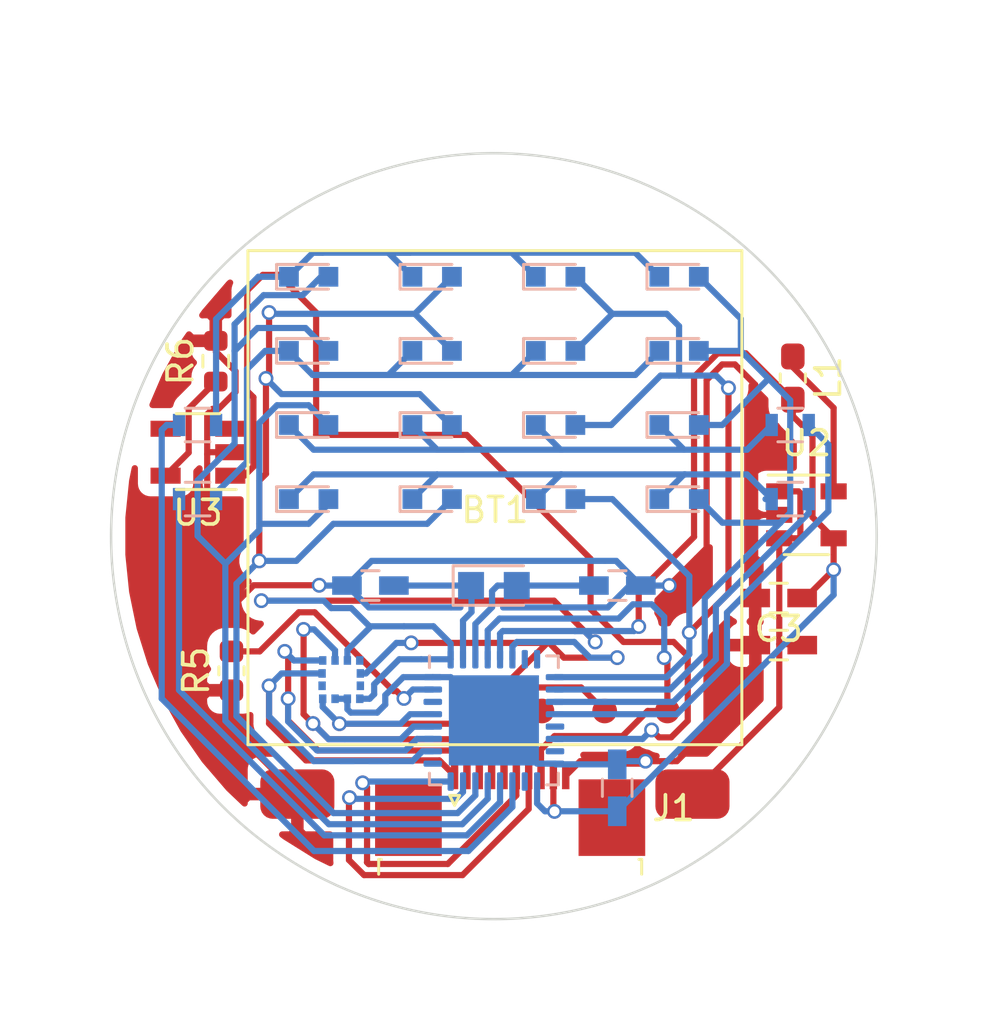
<source format=kicad_pcb>
(kicad_pcb (version 20171130) (host pcbnew 5.1.9)

  (general
    (thickness 1)
    (drawings 21)
    (tracks 501)
    (zones 0)
    (modules 39)
    (nets 42)
  )

  (page A4)
  (layers
    (0 F.Cu signal)
    (31 B.Cu signal)
    (32 B.Adhes user hide)
    (33 F.Adhes user hide)
    (34 B.Paste user hide)
    (35 F.Paste user hide)
    (36 B.SilkS user)
    (37 F.SilkS user)
    (38 B.Mask user hide)
    (39 F.Mask user hide)
    (40 Dwgs.User user)
    (41 Cmts.User user hide)
    (42 Eco1.User user hide)
    (43 Eco2.User user hide)
    (44 Edge.Cuts user)
    (45 Margin user hide)
    (46 B.CrtYd user)
    (47 F.CrtYd user hide)
    (48 B.Fab user)
    (49 F.Fab user hide)
  )

  (setup
    (last_trace_width 0.25)
    (trace_clearance 0.2)
    (zone_clearance 0.508)
    (zone_45_only no)
    (trace_min 0.2)
    (via_size 0.6)
    (via_drill 0.4)
    (via_min_size 0.4)
    (via_min_drill 0.3)
    (uvia_size 0.3)
    (uvia_drill 0.1)
    (uvias_allowed no)
    (uvia_min_size 0.2)
    (uvia_min_drill 0.1)
    (edge_width 0.1)
    (segment_width 0.2)
    (pcb_text_width 0.3)
    (pcb_text_size 1.5 1.5)
    (mod_edge_width 0.15)
    (mod_text_size 1 1)
    (mod_text_width 0.15)
    (pad_size 2.7 3.1)
    (pad_drill 0)
    (pad_to_mask_clearance 0)
    (aux_axis_origin 0 0)
    (visible_elements 7FFFFF7F)
    (pcbplotparams
      (layerselection 0x010f0_ffffffff)
      (usegerberextensions true)
      (usegerberattributes false)
      (usegerberadvancedattributes false)
      (creategerberjobfile false)
      (excludeedgelayer true)
      (linewidth 0.100000)
      (plotframeref false)
      (viasonmask false)
      (mode 1)
      (useauxorigin false)
      (hpglpennumber 1)
      (hpglpenspeed 20)
      (hpglpendiameter 15.000000)
      (psnegative false)
      (psa4output false)
      (plotreference true)
      (plotvalue true)
      (plotinvisibletext false)
      (padsonsilk false)
      (subtractmaskfromsilk false)
      (outputformat 1)
      (mirror false)
      (drillshape 0)
      (scaleselection 1)
      (outputdirectory "Gerber/"))
  )

  (net 0 "")
  (net 1 VCC)
  (net 2 GND)
  (net 3 "Net-(D1-Pad1)")
  (net 4 "Net-(D10-Pad1)")
  (net 5 "Net-(D11-Pad1)")
  (net 6 "Net-(D12-Pad1)")
  (net 7 MISO)
  (net 8 SCK)
  (net 9 RESET)
  (net 10 MOSI)
  (net 11 X2)
  (net 12 X1)
  (net 13 BMA_INT1)
  (net 14 BMA_INT2)
  (net 15 BMA_CS)
  (net 16 LSH10)
  (net 17 LSH01)
  (net 18 LSM10)
  (net 19 LSM01)
  (net 20 "Net-(IC1-Pad4)")
  (net 21 "Net-(IC1-Pad11)")
  (net 22 HS8)
  (net 23 HS4)
  (net 24 HS2)
  (net 25 HS1)
  (net 26 "Net-(U1-Pad7)")
  (net 27 "Net-(U1-Pad13)")
  (net 28 "Net-(U1-Pad15)")
  (net 29 "Net-(U1-Pad18)")
  (net 30 SWDIO)
  (net 31 SWCLK)
  (net 32 "Net-(U1-Pad25)")
  (net 33 BOOT)
  (net 34 "Net-(U1-Pad8)")
  (net 35 "Net-(BT1-Pad1)")
  (net 36 "Net-(L1-Pad1)")
  (net 37 "Net-(R6-Pad1)")
  (net 38 CHG_State)
  (net 39 BAT_CHG)
  (net 40 CHG+)
  (net 41 "Net-(U1-Pad30)")

  (net_class Default "This is the default net class."
    (clearance 0.2)
    (trace_width 0.25)
    (via_dia 0.6)
    (via_drill 0.4)
    (uvia_dia 0.3)
    (uvia_drill 0.1)
    (add_net BAT_CHG)
    (add_net BOOT)
    (add_net CHG+)
    (add_net CHG_State)
    (add_net GND)
    (add_net HS1)
    (add_net HS2)
    (add_net HS4)
    (add_net HS8)
    (add_net LSH01)
    (add_net LSH10)
    (add_net LSM01)
    (add_net LSM10)
    (add_net MOSI)
    (add_net "Net-(BT1-Pad1)")
    (add_net "Net-(D1-Pad1)")
    (add_net "Net-(D10-Pad1)")
    (add_net "Net-(D11-Pad1)")
    (add_net "Net-(D12-Pad1)")
    (add_net "Net-(IC1-Pad11)")
    (add_net "Net-(IC1-Pad4)")
    (add_net "Net-(L1-Pad1)")
    (add_net "Net-(R6-Pad1)")
    (add_net "Net-(U1-Pad13)")
    (add_net "Net-(U1-Pad15)")
    (add_net "Net-(U1-Pad18)")
    (add_net "Net-(U1-Pad25)")
    (add_net "Net-(U1-Pad30)")
    (add_net "Net-(U1-Pad7)")
    (add_net "Net-(U1-Pad8)")
    (add_net RESET)
    (add_net SWCLK)
    (add_net SWDIO)
    (add_net X1)
  )

  (net_class edges ""
    (clearance 0.15)
    (trace_width 0.25)
    (via_dia 0.6)
    (via_drill 0.4)
    (uvia_dia 0.3)
    (uvia_drill 0.1)
    (add_net BMA_CS)
    (add_net BMA_INT1)
    (add_net BMA_INT2)
    (add_net MISO)
    (add_net SCK)
    (add_net VCC)
    (add_net X2)
  )

  (net_class unconnectedLGA ""
    (clearance 0.1)
    (trace_width 0.25)
    (via_dia 0.6)
    (via_drill 0.4)
    (uvia_dia 0.3)
    (uvia_drill 0.1)
  )

  (module ProjectSpecific:BMA456 (layer B.Cu) (tedit 5F11FE8F) (tstamp 5F1271BC)
    (at 131.318 106.807)
    (descr BMA456-3)
    (tags "Integrated Circuit")
    (path /5CCC08E4)
    (attr smd)
    (fp_text reference IC1 (at 0.25 2.975) (layer B.SilkS) hide
      (effects (font (size 1.27 1.27) (thickness 0.254)) (justify mirror))
    )
    (fp_text value BMA456 (at 0 0) (layer B.SilkS) hide
      (effects (font (size 1.27 1.27) (thickness 0.254)) (justify mirror))
    )
    (fp_line (start -1 1) (end 1 1) (layer Dwgs.User) (width 0.2))
    (fp_line (start 1 1) (end 1 -1) (layer Dwgs.User) (width 0.2))
    (fp_line (start 1 -1) (end -1 -1) (layer Dwgs.User) (width 0.2))
    (fp_line (start -1 -1) (end -1 1) (layer Dwgs.User) (width 0.2))
    (fp_line (start -1.6 1.6) (end 1.6 1.6) (layer Dwgs.User) (width 0.1))
    (fp_line (start 1.6 1.6) (end 1.6 -1.6) (layer Dwgs.User) (width 0.1))
    (fp_line (start 1.6 -1.6) (end -1.6 -1.6) (layer Dwgs.User) (width 0.1))
    (fp_line (start -1.6 -1.6) (end -1.6 1.6) (layer Dwgs.User) (width 0.1))
    (pad 12 smd rect (at -0.775 -0.25) (size 0.3 0.35) (layers B.Cu B.Paste B.Mask)
      (net 8 SCK))
    (pad 11 smd rect (at -0.775 0.25) (size 0.3 0.35) (layers B.Cu B.Paste B.Mask)
      (net 21 "Net-(IC1-Pad11)") (clearance 0.1))
    (pad 10 smd rect (at -0.75 0.775) (size 0.3 0.35) (layers B.Cu B.Paste B.Mask)
      (net 15 BMA_CS))
    (pad 9 smd rect (at -0.25 0.775) (size 0.3 0.35) (layers B.Cu B.Paste B.Mask)
      (net 2 GND))
    (pad 8 smd rect (at 0.25 0.775) (size 0.3 0.35) (layers B.Cu B.Paste B.Mask)
      (net 2 GND))
    (pad 7 smd rect (at 0.75 0.775) (size 0.3 0.35) (layers B.Cu B.Paste B.Mask)
      (net 1 VCC))
    (pad 6 smd rect (at 0.775 0.25) (size 0.3 0.35) (layers B.Cu B.Paste B.Mask)
      (net 14 BMA_INT2))
    (pad 5 smd rect (at 0.775 -0.25) (size 0.3 0.35) (layers B.Cu B.Paste B.Mask)
      (net 13 BMA_INT1))
    (pad 4 smd rect (at 0.75 -0.775) (size 0.3 0.35) (layers B.Cu B.Paste B.Mask)
      (net 20 "Net-(IC1-Pad4)") (clearance 0.1))
    (pad 3 smd rect (at 0.25 -0.775) (size 0.3 0.35) (layers B.Cu B.Paste B.Mask)
      (net 1 VCC))
    (pad 2 smd rect (at -0.25 -0.775) (size 0.3 0.35) (layers B.Cu B.Paste B.Mask)
      (net 10 MOSI))
    (pad 1 smd rect (at -0.75 -0.775) (size 0.3 0.35) (layers B.Cu B.Paste B.Mask)
      (net 7 MISO))
  )

  (module Capacitors_SMD:C_0603_HandSoldering (layer F.Cu) (tedit 58AA848B) (tstamp 5B816FA5)
    (at 149.037 105.41 180)
    (descr "Capacitor SMD 0603, hand soldering")
    (tags "capacitor 0603")
    (path /5B5F5C0D)
    (attr smd)
    (fp_text reference C1 (at 0 -1.25 180) (layer F.SilkS) hide
      (effects (font (size 1 1) (thickness 0.15)))
    )
    (fp_text value C (at 0 1.5 180) (layer F.Fab)
      (effects (font (size 1 1) (thickness 0.15)))
    )
    (fp_line (start -0.8 0.4) (end -0.8 -0.4) (layer F.Fab) (width 0.1))
    (fp_line (start 0.8 0.4) (end -0.8 0.4) (layer F.Fab) (width 0.1))
    (fp_line (start 0.8 -0.4) (end 0.8 0.4) (layer F.Fab) (width 0.1))
    (fp_line (start -0.8 -0.4) (end 0.8 -0.4) (layer F.Fab) (width 0.1))
    (fp_line (start -0.35 -0.6) (end 0.35 -0.6) (layer F.SilkS) (width 0.12))
    (fp_line (start 0.35 0.6) (end -0.35 0.6) (layer F.SilkS) (width 0.12))
    (fp_line (start -1.8 -0.65) (end 1.8 -0.65) (layer F.CrtYd) (width 0.05))
    (fp_line (start -1.8 -0.65) (end -1.8 0.65) (layer F.CrtYd) (width 0.05))
    (fp_line (start 1.8 0.65) (end 1.8 -0.65) (layer F.CrtYd) (width 0.05))
    (fp_line (start 1.8 0.65) (end -1.8 0.65) (layer F.CrtYd) (width 0.05))
    (fp_text user %R (at 0 -1.25 180) (layer F.Fab)
      (effects (font (size 1 1) (thickness 0.15)))
    )
    (pad 1 smd rect (at -0.95 0 180) (size 1.2 0.75) (layers F.Cu F.Paste F.Mask)
      (net 35 "Net-(BT1-Pad1)"))
    (pad 2 smd rect (at 0.95 0 180) (size 1.2 0.75) (layers F.Cu F.Paste F.Mask)
      (net 2 GND))
    (model Capacitors_SMD.3dshapes/C_0603.wrl
      (at (xyz 0 0 0))
      (scale (xyz 1 1 1))
      (rotate (xyz 0 0 0))
    )
  )

  (module Capacitors_SMD:C_0603_HandSoldering (layer B.Cu) (tedit 58AA848B) (tstamp 5B816FAB)
    (at 142.494 111.186 90)
    (descr "Capacitor SMD 0603, hand soldering")
    (tags "capacitor 0603")
    (path /5B5F5B93)
    (attr smd)
    (fp_text reference C2 (at 0 1.25 270) (layer B.SilkS) hide
      (effects (font (size 1 1) (thickness 0.15)) (justify mirror))
    )
    (fp_text value C (at 0 -1.5 270) (layer B.Fab)
      (effects (font (size 1 1) (thickness 0.15)) (justify mirror))
    )
    (fp_line (start -0.8 -0.4) (end -0.8 0.4) (layer B.Fab) (width 0.1))
    (fp_line (start 0.8 -0.4) (end -0.8 -0.4) (layer B.Fab) (width 0.1))
    (fp_line (start 0.8 0.4) (end 0.8 -0.4) (layer B.Fab) (width 0.1))
    (fp_line (start -0.8 0.4) (end 0.8 0.4) (layer B.Fab) (width 0.1))
    (fp_line (start -0.35 0.6) (end 0.35 0.6) (layer B.SilkS) (width 0.12))
    (fp_line (start 0.35 -0.6) (end -0.35 -0.6) (layer B.SilkS) (width 0.12))
    (fp_line (start -1.8 0.65) (end 1.8 0.65) (layer B.CrtYd) (width 0.05))
    (fp_line (start -1.8 0.65) (end -1.8 -0.65) (layer B.CrtYd) (width 0.05))
    (fp_line (start 1.8 -0.65) (end 1.8 0.65) (layer B.CrtYd) (width 0.05))
    (fp_line (start 1.8 -0.65) (end -1.8 -0.65) (layer B.CrtYd) (width 0.05))
    (fp_text user %R (at 0 1.25 270) (layer B.Fab)
      (effects (font (size 1 1) (thickness 0.15)) (justify mirror))
    )
    (pad 1 smd rect (at -0.95 0 90) (size 1.2 0.75) (layers B.Cu B.Paste B.Mask)
      (net 1 VCC))
    (pad 2 smd rect (at 0.95 0 90) (size 1.2 0.75) (layers B.Cu B.Paste B.Mask)
      (net 2 GND))
    (model Capacitors_SMD.3dshapes/C_0603.wrl
      (at (xyz 0 0 0))
      (scale (xyz 1 1 1))
      (rotate (xyz 0 0 0))
    )
  )

  (module Capacitors_SMD:C_0603_HandSoldering (layer F.Cu) (tedit 58AA848B) (tstamp 5B816FB1)
    (at 149.032 103.505 180)
    (descr "Capacitor SMD 0603, hand soldering")
    (tags "capacitor 0603")
    (path /5B5F5B1C)
    (attr smd)
    (fp_text reference C3 (at 0 -1.25) (layer F.SilkS)
      (effects (font (size 1 1) (thickness 0.15)))
    )
    (fp_text value C (at 0 1.5) (layer F.Fab)
      (effects (font (size 1 1) (thickness 0.15)))
    )
    (fp_line (start -0.8 0.4) (end -0.8 -0.4) (layer F.Fab) (width 0.1))
    (fp_line (start 0.8 0.4) (end -0.8 0.4) (layer F.Fab) (width 0.1))
    (fp_line (start 0.8 -0.4) (end 0.8 0.4) (layer F.Fab) (width 0.1))
    (fp_line (start -0.8 -0.4) (end 0.8 -0.4) (layer F.Fab) (width 0.1))
    (fp_line (start -0.35 -0.6) (end 0.35 -0.6) (layer F.SilkS) (width 0.12))
    (fp_line (start 0.35 0.6) (end -0.35 0.6) (layer F.SilkS) (width 0.12))
    (fp_line (start -1.8 -0.65) (end 1.8 -0.65) (layer F.CrtYd) (width 0.05))
    (fp_line (start -1.8 -0.65) (end -1.8 0.65) (layer F.CrtYd) (width 0.05))
    (fp_line (start 1.8 0.65) (end 1.8 -0.65) (layer F.CrtYd) (width 0.05))
    (fp_line (start 1.8 0.65) (end -1.8 0.65) (layer F.CrtYd) (width 0.05))
    (fp_text user %R (at 0 -1.25) (layer F.Fab)
      (effects (font (size 1 1) (thickness 0.15)))
    )
    (pad 1 smd rect (at -0.95 0 180) (size 1.2 0.75) (layers F.Cu F.Paste F.Mask)
      (net 1 VCC))
    (pad 2 smd rect (at 0.95 0 180) (size 1.2 0.75) (layers F.Cu F.Paste F.Mask)
      (net 2 GND))
    (model Capacitors_SMD.3dshapes/C_0603.wrl
      (at (xyz 0 0 0))
      (scale (xyz 1 1 1))
      (rotate (xyz 0 0 0))
    )
  )

  (module Capacitors_SMD:C_0603_HandSoldering (layer B.Cu) (tedit 5B819013) (tstamp 5B816FBD)
    (at 142.5 103)
    (descr "Capacitor SMD 0603, hand soldering")
    (tags "capacitor 0603")
    (path /5B816C43)
    (attr smd)
    (fp_text reference C5 (at 0 1.25) (layer B.SilkS) hide
      (effects (font (size 1 1) (thickness 0.15)) (justify mirror))
    )
    (fp_text value C (at 0 -1.5) (layer B.Fab)
      (effects (font (size 1 1) (thickness 0.15)) (justify mirror))
    )
    (fp_line (start -0.8 -0.4) (end -0.8 0.4) (layer B.Fab) (width 0.1))
    (fp_line (start 0.8 -0.4) (end -0.8 -0.4) (layer B.Fab) (width 0.1))
    (fp_line (start 0.8 0.4) (end 0.8 -0.4) (layer B.Fab) (width 0.1))
    (fp_line (start -0.8 0.4) (end 0.8 0.4) (layer B.Fab) (width 0.1))
    (fp_line (start -0.35 0.6) (end 0.35 0.6) (layer B.SilkS) (width 0.12))
    (fp_line (start 0.35 -0.6) (end -0.35 -0.6) (layer B.SilkS) (width 0.12))
    (fp_line (start -1.8 0.65) (end 1.8 0.65) (layer B.CrtYd) (width 0.05))
    (fp_line (start -1.8 0.65) (end -1.8 -0.65) (layer B.CrtYd) (width 0.05))
    (fp_line (start 1.8 -0.65) (end 1.8 0.65) (layer B.CrtYd) (width 0.05))
    (fp_line (start 1.8 -0.65) (end -1.8 -0.65) (layer B.CrtYd) (width 0.05))
    (fp_text user %R (at 0 1.25) (layer B.Fab)
      (effects (font (size 1 1) (thickness 0.15)) (justify mirror))
    )
    (pad 1 smd rect (at -0.95 0) (size 1.2 0.75) (layers B.Cu B.Paste B.Mask)
      (net 11 X2))
    (pad 2 smd rect (at 0.95 0) (size 1.2 0.75) (layers B.Cu B.Paste B.Mask)
      (net 2 GND))
    (model Capacitors_SMD.3dshapes/C_0603.wrl
      (at (xyz 0 0 0))
      (scale (xyz 1 1 1))
      (rotate (xyz 0 0 0))
    )
  )

  (module Capacitors_SMD:C_0603_HandSoldering (layer B.Cu) (tedit 5B818FDB) (tstamp 5B816FC3)
    (at 132.5 103 180)
    (descr "Capacitor SMD 0603, hand soldering")
    (tags "capacitor 0603")
    (path /5B816CDF)
    (attr smd)
    (fp_text reference C6 (at 0 1.25 180) (layer B.SilkS) hide
      (effects (font (size 1 1) (thickness 0.15)) (justify mirror))
    )
    (fp_text value C (at 0 -1.5 180) (layer B.Fab)
      (effects (font (size 1 1) (thickness 0.15)) (justify mirror))
    )
    (fp_line (start -0.8 -0.4) (end -0.8 0.4) (layer B.Fab) (width 0.1))
    (fp_line (start 0.8 -0.4) (end -0.8 -0.4) (layer B.Fab) (width 0.1))
    (fp_line (start 0.8 0.4) (end 0.8 -0.4) (layer B.Fab) (width 0.1))
    (fp_line (start -0.8 0.4) (end 0.8 0.4) (layer B.Fab) (width 0.1))
    (fp_line (start -0.35 0.6) (end 0.35 0.6) (layer B.SilkS) (width 0.12))
    (fp_line (start 0.35 -0.6) (end -0.35 -0.6) (layer B.SilkS) (width 0.12))
    (fp_line (start -1.8 0.65) (end 1.8 0.65) (layer B.CrtYd) (width 0.05))
    (fp_line (start -1.8 0.65) (end -1.8 -0.65) (layer B.CrtYd) (width 0.05))
    (fp_line (start 1.8 -0.65) (end 1.8 0.65) (layer B.CrtYd) (width 0.05))
    (fp_line (start 1.8 -0.65) (end -1.8 -0.65) (layer B.CrtYd) (width 0.05))
    (fp_text user %R (at 0 1.25 180) (layer B.Fab)
      (effects (font (size 1 1) (thickness 0.15)) (justify mirror))
    )
    (pad 1 smd rect (at -0.95 0 180) (size 1.2 0.75) (layers B.Cu B.Paste B.Mask)
      (net 12 X1))
    (pad 2 smd rect (at 0.95 0 180) (size 1.2 0.75) (layers B.Cu B.Paste B.Mask)
      (net 2 GND))
    (model Capacitors_SMD.3dshapes/C_0603.wrl
      (at (xyz 0 0 0))
      (scale (xyz 1 1 1))
      (rotate (xyz 0 0 0))
    )
  )

  (module LEDs:LED_0603 (layer B.Cu) (tedit 5B819004) (tstamp 5B816FC9)
    (at 145 90.5)
    (descr "LED 0603 smd package")
    (tags "LED led 0603 SMD smd SMT smt smdled SMDLED smtled SMTLED")
    (path /5B54D5AD)
    (attr smd)
    (fp_text reference D1 (at 0 1.25) (layer B.SilkS) hide
      (effects (font (size 1 1) (thickness 0.15)) (justify mirror))
    )
    (fp_text value LED (at 0 -1.35) (layer B.Fab)
      (effects (font (size 1 1) (thickness 0.15)) (justify mirror))
    )
    (fp_line (start -1.3 0.5) (end -1.3 -0.5) (layer B.SilkS) (width 0.12))
    (fp_line (start -0.2 0.2) (end -0.2 -0.2) (layer B.Fab) (width 0.1))
    (fp_line (start -0.15 0) (end 0.15 0.2) (layer B.Fab) (width 0.1))
    (fp_line (start 0.15 -0.2) (end -0.15 0) (layer B.Fab) (width 0.1))
    (fp_line (start 0.15 0.2) (end 0.15 -0.2) (layer B.Fab) (width 0.1))
    (fp_line (start 0.8 -0.4) (end -0.8 -0.4) (layer B.Fab) (width 0.1))
    (fp_line (start 0.8 0.4) (end 0.8 -0.4) (layer B.Fab) (width 0.1))
    (fp_line (start -0.8 0.4) (end 0.8 0.4) (layer B.Fab) (width 0.1))
    (fp_line (start -0.8 -0.4) (end -0.8 0.4) (layer B.Fab) (width 0.1))
    (fp_line (start -1.3 -0.5) (end 0.8 -0.5) (layer B.SilkS) (width 0.12))
    (fp_line (start -1.3 0.5) (end 0.8 0.5) (layer B.SilkS) (width 0.12))
    (fp_line (start 1.45 0.65) (end 1.45 -0.65) (layer B.CrtYd) (width 0.05))
    (fp_line (start 1.45 -0.65) (end -1.45 -0.65) (layer B.CrtYd) (width 0.05))
    (fp_line (start -1.45 -0.65) (end -1.45 0.65) (layer B.CrtYd) (width 0.05))
    (fp_line (start -1.45 0.65) (end 1.45 0.65) (layer B.CrtYd) (width 0.05))
    (pad 2 smd rect (at 0.8 0 180) (size 0.8 0.8) (layers B.Cu B.Paste B.Mask)
      (net 16 LSH10))
    (pad 1 smd rect (at -0.8 0 180) (size 0.8 0.8) (layers B.Cu B.Paste B.Mask)
      (net 3 "Net-(D1-Pad1)"))
    (model ${KISYS3DMOD}/LEDs.3dshapes/LED_0603.wrl
      (at (xyz 0 0 0))
      (scale (xyz 1 1 1))
      (rotate (xyz 0 0 180))
    )
  )

  (module LEDs:LED_0603 (layer B.Cu) (tedit 5B819001) (tstamp 5B816FCF)
    (at 145 93.5)
    (descr "LED 0603 smd package")
    (tags "LED led 0603 SMD smd SMT smt smdled SMDLED smtled SMTLED")
    (path /5B54D556)
    (attr smd)
    (fp_text reference D2 (at 0 1.25) (layer B.SilkS) hide
      (effects (font (size 1 1) (thickness 0.15)) (justify mirror))
    )
    (fp_text value LED (at 0 -1.35) (layer B.Fab)
      (effects (font (size 1 1) (thickness 0.15)) (justify mirror))
    )
    (fp_line (start -1.3 0.5) (end -1.3 -0.5) (layer B.SilkS) (width 0.12))
    (fp_line (start -0.2 0.2) (end -0.2 -0.2) (layer B.Fab) (width 0.1))
    (fp_line (start -0.15 0) (end 0.15 0.2) (layer B.Fab) (width 0.1))
    (fp_line (start 0.15 -0.2) (end -0.15 0) (layer B.Fab) (width 0.1))
    (fp_line (start 0.15 0.2) (end 0.15 -0.2) (layer B.Fab) (width 0.1))
    (fp_line (start 0.8 -0.4) (end -0.8 -0.4) (layer B.Fab) (width 0.1))
    (fp_line (start 0.8 0.4) (end 0.8 -0.4) (layer B.Fab) (width 0.1))
    (fp_line (start -0.8 0.4) (end 0.8 0.4) (layer B.Fab) (width 0.1))
    (fp_line (start -0.8 -0.4) (end -0.8 0.4) (layer B.Fab) (width 0.1))
    (fp_line (start -1.3 -0.5) (end 0.8 -0.5) (layer B.SilkS) (width 0.12))
    (fp_line (start -1.3 0.5) (end 0.8 0.5) (layer B.SilkS) (width 0.12))
    (fp_line (start 1.45 0.65) (end 1.45 -0.65) (layer B.CrtYd) (width 0.05))
    (fp_line (start 1.45 -0.65) (end -1.45 -0.65) (layer B.CrtYd) (width 0.05))
    (fp_line (start -1.45 -0.65) (end -1.45 0.65) (layer B.CrtYd) (width 0.05))
    (fp_line (start -1.45 0.65) (end 1.45 0.65) (layer B.CrtYd) (width 0.05))
    (pad 2 smd rect (at 0.8 0 180) (size 0.8 0.8) (layers B.Cu B.Paste B.Mask)
      (net 16 LSH10))
    (pad 1 smd rect (at -0.8 0 180) (size 0.8 0.8) (layers B.Cu B.Paste B.Mask)
      (net 4 "Net-(D10-Pad1)"))
    (model ${KISYS3DMOD}/LEDs.3dshapes/LED_0603.wrl
      (at (xyz 0 0 0))
      (scale (xyz 1 1 1))
      (rotate (xyz 0 0 180))
    )
  )

  (module LEDs:LED_0603 (layer B.Cu) (tedit 5B818FFD) (tstamp 5B816FD5)
    (at 145 96.5)
    (descr "LED 0603 smd package")
    (tags "LED led 0603 SMD smd SMT smt smdled SMDLED smtled SMTLED")
    (path /5B52384D)
    (attr smd)
    (fp_text reference D3 (at 0 1.25) (layer B.SilkS) hide
      (effects (font (size 1 1) (thickness 0.15)) (justify mirror))
    )
    (fp_text value LED (at 0 -1.35) (layer B.Fab)
      (effects (font (size 1 1) (thickness 0.15)) (justify mirror))
    )
    (fp_line (start -1.3 0.5) (end -1.3 -0.5) (layer B.SilkS) (width 0.12))
    (fp_line (start -0.2 0.2) (end -0.2 -0.2) (layer B.Fab) (width 0.1))
    (fp_line (start -0.15 0) (end 0.15 0.2) (layer B.Fab) (width 0.1))
    (fp_line (start 0.15 -0.2) (end -0.15 0) (layer B.Fab) (width 0.1))
    (fp_line (start 0.15 0.2) (end 0.15 -0.2) (layer B.Fab) (width 0.1))
    (fp_line (start 0.8 -0.4) (end -0.8 -0.4) (layer B.Fab) (width 0.1))
    (fp_line (start 0.8 0.4) (end 0.8 -0.4) (layer B.Fab) (width 0.1))
    (fp_line (start -0.8 0.4) (end 0.8 0.4) (layer B.Fab) (width 0.1))
    (fp_line (start -0.8 -0.4) (end -0.8 0.4) (layer B.Fab) (width 0.1))
    (fp_line (start -1.3 -0.5) (end 0.8 -0.5) (layer B.SilkS) (width 0.12))
    (fp_line (start -1.3 0.5) (end 0.8 0.5) (layer B.SilkS) (width 0.12))
    (fp_line (start 1.45 0.65) (end 1.45 -0.65) (layer B.CrtYd) (width 0.05))
    (fp_line (start 1.45 -0.65) (end -1.45 -0.65) (layer B.CrtYd) (width 0.05))
    (fp_line (start -1.45 -0.65) (end -1.45 0.65) (layer B.CrtYd) (width 0.05))
    (fp_line (start -1.45 0.65) (end 1.45 0.65) (layer B.CrtYd) (width 0.05))
    (pad 2 smd rect (at 0.8 0 180) (size 0.8 0.8) (layers B.Cu B.Paste B.Mask)
      (net 16 LSH10))
    (pad 1 smd rect (at -0.8 0 180) (size 0.8 0.8) (layers B.Cu B.Paste B.Mask)
      (net 5 "Net-(D11-Pad1)"))
    (model ${KISYS3DMOD}/LEDs.3dshapes/LED_0603.wrl
      (at (xyz 0 0 0))
      (scale (xyz 1 1 1))
      (rotate (xyz 0 0 180))
    )
  )

  (module LEDs:LED_0603 (layer B.Cu) (tedit 5B818FFA) (tstamp 5B816FDB)
    (at 145 99.5)
    (descr "LED 0603 smd package")
    (tags "LED led 0603 SMD smd SMT smt smdled SMDLED smtled SMTLED")
    (path /5B52393E)
    (attr smd)
    (fp_text reference D4 (at 0 1.25) (layer B.SilkS) hide
      (effects (font (size 1 1) (thickness 0.15)) (justify mirror))
    )
    (fp_text value LED (at 0 -1.35) (layer B.Fab)
      (effects (font (size 1 1) (thickness 0.15)) (justify mirror))
    )
    (fp_line (start -1.3 0.5) (end -1.3 -0.5) (layer B.SilkS) (width 0.12))
    (fp_line (start -0.2 0.2) (end -0.2 -0.2) (layer B.Fab) (width 0.1))
    (fp_line (start -0.15 0) (end 0.15 0.2) (layer B.Fab) (width 0.1))
    (fp_line (start 0.15 -0.2) (end -0.15 0) (layer B.Fab) (width 0.1))
    (fp_line (start 0.15 0.2) (end 0.15 -0.2) (layer B.Fab) (width 0.1))
    (fp_line (start 0.8 -0.4) (end -0.8 -0.4) (layer B.Fab) (width 0.1))
    (fp_line (start 0.8 0.4) (end 0.8 -0.4) (layer B.Fab) (width 0.1))
    (fp_line (start -0.8 0.4) (end 0.8 0.4) (layer B.Fab) (width 0.1))
    (fp_line (start -0.8 -0.4) (end -0.8 0.4) (layer B.Fab) (width 0.1))
    (fp_line (start -1.3 -0.5) (end 0.8 -0.5) (layer B.SilkS) (width 0.12))
    (fp_line (start -1.3 0.5) (end 0.8 0.5) (layer B.SilkS) (width 0.12))
    (fp_line (start 1.45 0.65) (end 1.45 -0.65) (layer B.CrtYd) (width 0.05))
    (fp_line (start 1.45 -0.65) (end -1.45 -0.65) (layer B.CrtYd) (width 0.05))
    (fp_line (start -1.45 -0.65) (end -1.45 0.65) (layer B.CrtYd) (width 0.05))
    (fp_line (start -1.45 0.65) (end 1.45 0.65) (layer B.CrtYd) (width 0.05))
    (pad 2 smd rect (at 0.8 0 180) (size 0.8 0.8) (layers B.Cu B.Paste B.Mask)
      (net 16 LSH10))
    (pad 1 smd rect (at -0.8 0 180) (size 0.8 0.8) (layers B.Cu B.Paste B.Mask)
      (net 6 "Net-(D12-Pad1)"))
    (model ${KISYS3DMOD}/LEDs.3dshapes/LED_0603.wrl
      (at (xyz 0 0 0))
      (scale (xyz 1 1 1))
      (rotate (xyz 0 0 180))
    )
  )

  (module LEDs:LED_0603 (layer B.Cu) (tedit 5B818FED) (tstamp 5B816FE1)
    (at 140 90.5)
    (descr "LED 0603 smd package")
    (tags "LED led 0603 SMD smd SMT smt smdled SMDLED smtled SMTLED")
    (path /5B524335)
    (attr smd)
    (fp_text reference D5 (at 0 1.25) (layer B.SilkS) hide
      (effects (font (size 1 1) (thickness 0.15)) (justify mirror))
    )
    (fp_text value LED (at 0 -1.35) (layer B.Fab)
      (effects (font (size 1 1) (thickness 0.15)) (justify mirror))
    )
    (fp_line (start -1.3 0.5) (end -1.3 -0.5) (layer B.SilkS) (width 0.12))
    (fp_line (start -0.2 0.2) (end -0.2 -0.2) (layer B.Fab) (width 0.1))
    (fp_line (start -0.15 0) (end 0.15 0.2) (layer B.Fab) (width 0.1))
    (fp_line (start 0.15 -0.2) (end -0.15 0) (layer B.Fab) (width 0.1))
    (fp_line (start 0.15 0.2) (end 0.15 -0.2) (layer B.Fab) (width 0.1))
    (fp_line (start 0.8 -0.4) (end -0.8 -0.4) (layer B.Fab) (width 0.1))
    (fp_line (start 0.8 0.4) (end 0.8 -0.4) (layer B.Fab) (width 0.1))
    (fp_line (start -0.8 0.4) (end 0.8 0.4) (layer B.Fab) (width 0.1))
    (fp_line (start -0.8 -0.4) (end -0.8 0.4) (layer B.Fab) (width 0.1))
    (fp_line (start -1.3 -0.5) (end 0.8 -0.5) (layer B.SilkS) (width 0.12))
    (fp_line (start -1.3 0.5) (end 0.8 0.5) (layer B.SilkS) (width 0.12))
    (fp_line (start 1.45 0.65) (end 1.45 -0.65) (layer B.CrtYd) (width 0.05))
    (fp_line (start 1.45 -0.65) (end -1.45 -0.65) (layer B.CrtYd) (width 0.05))
    (fp_line (start -1.45 -0.65) (end -1.45 0.65) (layer B.CrtYd) (width 0.05))
    (fp_line (start -1.45 0.65) (end 1.45 0.65) (layer B.CrtYd) (width 0.05))
    (pad 2 smd rect (at 0.8 0 180) (size 0.8 0.8) (layers B.Cu B.Paste B.Mask)
      (net 17 LSH01))
    (pad 1 smd rect (at -0.8 0 180) (size 0.8 0.8) (layers B.Cu B.Paste B.Mask)
      (net 3 "Net-(D1-Pad1)"))
    (model ${KISYS3DMOD}/LEDs.3dshapes/LED_0603.wrl
      (at (xyz 0 0 0))
      (scale (xyz 1 1 1))
      (rotate (xyz 0 0 180))
    )
  )

  (module LEDs:LED_0603 (layer B.Cu) (tedit 5B818FF0) (tstamp 5B816FE7)
    (at 140 93.5)
    (descr "LED 0603 smd package")
    (tags "LED led 0603 SMD smd SMT smt smdled SMDLED smtled SMTLED")
    (path /5B523CC0)
    (attr smd)
    (fp_text reference D6 (at 0 1.25) (layer B.SilkS) hide
      (effects (font (size 1 1) (thickness 0.15)) (justify mirror))
    )
    (fp_text value LED (at 0 -1.35) (layer B.Fab)
      (effects (font (size 1 1) (thickness 0.15)) (justify mirror))
    )
    (fp_line (start -1.3 0.5) (end -1.3 -0.5) (layer B.SilkS) (width 0.12))
    (fp_line (start -0.2 0.2) (end -0.2 -0.2) (layer B.Fab) (width 0.1))
    (fp_line (start -0.15 0) (end 0.15 0.2) (layer B.Fab) (width 0.1))
    (fp_line (start 0.15 -0.2) (end -0.15 0) (layer B.Fab) (width 0.1))
    (fp_line (start 0.15 0.2) (end 0.15 -0.2) (layer B.Fab) (width 0.1))
    (fp_line (start 0.8 -0.4) (end -0.8 -0.4) (layer B.Fab) (width 0.1))
    (fp_line (start 0.8 0.4) (end 0.8 -0.4) (layer B.Fab) (width 0.1))
    (fp_line (start -0.8 0.4) (end 0.8 0.4) (layer B.Fab) (width 0.1))
    (fp_line (start -0.8 -0.4) (end -0.8 0.4) (layer B.Fab) (width 0.1))
    (fp_line (start -1.3 -0.5) (end 0.8 -0.5) (layer B.SilkS) (width 0.12))
    (fp_line (start -1.3 0.5) (end 0.8 0.5) (layer B.SilkS) (width 0.12))
    (fp_line (start 1.45 0.65) (end 1.45 -0.65) (layer B.CrtYd) (width 0.05))
    (fp_line (start 1.45 -0.65) (end -1.45 -0.65) (layer B.CrtYd) (width 0.05))
    (fp_line (start -1.45 -0.65) (end -1.45 0.65) (layer B.CrtYd) (width 0.05))
    (fp_line (start -1.45 0.65) (end 1.45 0.65) (layer B.CrtYd) (width 0.05))
    (pad 2 smd rect (at 0.8 0 180) (size 0.8 0.8) (layers B.Cu B.Paste B.Mask)
      (net 17 LSH01))
    (pad 1 smd rect (at -0.8 0 180) (size 0.8 0.8) (layers B.Cu B.Paste B.Mask)
      (net 4 "Net-(D10-Pad1)"))
    (model ${KISYS3DMOD}/LEDs.3dshapes/LED_0603.wrl
      (at (xyz 0 0 0))
      (scale (xyz 1 1 1))
      (rotate (xyz 0 0 180))
    )
  )

  (module LEDs:LED_0603 (layer B.Cu) (tedit 5B818FF3) (tstamp 5B816FED)
    (at 140 96.5)
    (descr "LED 0603 smd package")
    (tags "LED led 0603 SMD smd SMT smt smdled SMDLED smtled SMTLED")
    (path /5B523B46)
    (attr smd)
    (fp_text reference D7 (at 0 1.25) (layer B.SilkS) hide
      (effects (font (size 1 1) (thickness 0.15)) (justify mirror))
    )
    (fp_text value LED (at 0 -1.35) (layer B.Fab)
      (effects (font (size 1 1) (thickness 0.15)) (justify mirror))
    )
    (fp_line (start -1.3 0.5) (end -1.3 -0.5) (layer B.SilkS) (width 0.12))
    (fp_line (start -0.2 0.2) (end -0.2 -0.2) (layer B.Fab) (width 0.1))
    (fp_line (start -0.15 0) (end 0.15 0.2) (layer B.Fab) (width 0.1))
    (fp_line (start 0.15 -0.2) (end -0.15 0) (layer B.Fab) (width 0.1))
    (fp_line (start 0.15 0.2) (end 0.15 -0.2) (layer B.Fab) (width 0.1))
    (fp_line (start 0.8 -0.4) (end -0.8 -0.4) (layer B.Fab) (width 0.1))
    (fp_line (start 0.8 0.4) (end 0.8 -0.4) (layer B.Fab) (width 0.1))
    (fp_line (start -0.8 0.4) (end 0.8 0.4) (layer B.Fab) (width 0.1))
    (fp_line (start -0.8 -0.4) (end -0.8 0.4) (layer B.Fab) (width 0.1))
    (fp_line (start -1.3 -0.5) (end 0.8 -0.5) (layer B.SilkS) (width 0.12))
    (fp_line (start -1.3 0.5) (end 0.8 0.5) (layer B.SilkS) (width 0.12))
    (fp_line (start 1.45 0.65) (end 1.45 -0.65) (layer B.CrtYd) (width 0.05))
    (fp_line (start 1.45 -0.65) (end -1.45 -0.65) (layer B.CrtYd) (width 0.05))
    (fp_line (start -1.45 -0.65) (end -1.45 0.65) (layer B.CrtYd) (width 0.05))
    (fp_line (start -1.45 0.65) (end 1.45 0.65) (layer B.CrtYd) (width 0.05))
    (pad 2 smd rect (at 0.8 0 180) (size 0.8 0.8) (layers B.Cu B.Paste B.Mask)
      (net 17 LSH01))
    (pad 1 smd rect (at -0.8 0 180) (size 0.8 0.8) (layers B.Cu B.Paste B.Mask)
      (net 5 "Net-(D11-Pad1)"))
    (model ${KISYS3DMOD}/LEDs.3dshapes/LED_0603.wrl
      (at (xyz 0 0 0))
      (scale (xyz 1 1 1))
      (rotate (xyz 0 0 180))
    )
  )

  (module LEDs:LED_0603 (layer B.Cu) (tedit 5B818FF6) (tstamp 5B816FF3)
    (at 140 99.5)
    (descr "LED 0603 smd package")
    (tags "LED led 0603 SMD smd SMT smt smdled SMDLED smtled SMTLED")
    (path /5B5239F0)
    (attr smd)
    (fp_text reference D8 (at 0 1.25) (layer B.SilkS) hide
      (effects (font (size 1 1) (thickness 0.15)) (justify mirror))
    )
    (fp_text value LED (at 0 -1.35) (layer B.Fab)
      (effects (font (size 1 1) (thickness 0.15)) (justify mirror))
    )
    (fp_line (start -1.3 0.5) (end -1.3 -0.5) (layer B.SilkS) (width 0.12))
    (fp_line (start -0.2 0.2) (end -0.2 -0.2) (layer B.Fab) (width 0.1))
    (fp_line (start -0.15 0) (end 0.15 0.2) (layer B.Fab) (width 0.1))
    (fp_line (start 0.15 -0.2) (end -0.15 0) (layer B.Fab) (width 0.1))
    (fp_line (start 0.15 0.2) (end 0.15 -0.2) (layer B.Fab) (width 0.1))
    (fp_line (start 0.8 -0.4) (end -0.8 -0.4) (layer B.Fab) (width 0.1))
    (fp_line (start 0.8 0.4) (end 0.8 -0.4) (layer B.Fab) (width 0.1))
    (fp_line (start -0.8 0.4) (end 0.8 0.4) (layer B.Fab) (width 0.1))
    (fp_line (start -0.8 -0.4) (end -0.8 0.4) (layer B.Fab) (width 0.1))
    (fp_line (start -1.3 -0.5) (end 0.8 -0.5) (layer B.SilkS) (width 0.12))
    (fp_line (start -1.3 0.5) (end 0.8 0.5) (layer B.SilkS) (width 0.12))
    (fp_line (start 1.45 0.65) (end 1.45 -0.65) (layer B.CrtYd) (width 0.05))
    (fp_line (start 1.45 -0.65) (end -1.45 -0.65) (layer B.CrtYd) (width 0.05))
    (fp_line (start -1.45 -0.65) (end -1.45 0.65) (layer B.CrtYd) (width 0.05))
    (fp_line (start -1.45 0.65) (end 1.45 0.65) (layer B.CrtYd) (width 0.05))
    (pad 2 smd rect (at 0.8 0 180) (size 0.8 0.8) (layers B.Cu B.Paste B.Mask)
      (net 17 LSH01))
    (pad 1 smd rect (at -0.8 0 180) (size 0.8 0.8) (layers B.Cu B.Paste B.Mask)
      (net 6 "Net-(D12-Pad1)"))
    (model ${KISYS3DMOD}/LEDs.3dshapes/LED_0603.wrl
      (at (xyz 0 0 0))
      (scale (xyz 1 1 1))
      (rotate (xyz 0 0 180))
    )
  )

  (module LEDs:LED_0603 (layer B.Cu) (tedit 5B818FE7) (tstamp 5B816FF9)
    (at 135 90.5)
    (descr "LED 0603 smd package")
    (tags "LED led 0603 SMD smd SMT smt smdled SMDLED smtled SMTLED")
    (path /5B54D60B)
    (attr smd)
    (fp_text reference D9 (at 0 1.25) (layer B.SilkS) hide
      (effects (font (size 1 1) (thickness 0.15)) (justify mirror))
    )
    (fp_text value LED (at 0 -1.35) (layer B.Fab)
      (effects (font (size 1 1) (thickness 0.15)) (justify mirror))
    )
    (fp_line (start -1.3 0.5) (end -1.3 -0.5) (layer B.SilkS) (width 0.12))
    (fp_line (start -0.2 0.2) (end -0.2 -0.2) (layer B.Fab) (width 0.1))
    (fp_line (start -0.15 0) (end 0.15 0.2) (layer B.Fab) (width 0.1))
    (fp_line (start 0.15 -0.2) (end -0.15 0) (layer B.Fab) (width 0.1))
    (fp_line (start 0.15 0.2) (end 0.15 -0.2) (layer B.Fab) (width 0.1))
    (fp_line (start 0.8 -0.4) (end -0.8 -0.4) (layer B.Fab) (width 0.1))
    (fp_line (start 0.8 0.4) (end 0.8 -0.4) (layer B.Fab) (width 0.1))
    (fp_line (start -0.8 0.4) (end 0.8 0.4) (layer B.Fab) (width 0.1))
    (fp_line (start -0.8 -0.4) (end -0.8 0.4) (layer B.Fab) (width 0.1))
    (fp_line (start -1.3 -0.5) (end 0.8 -0.5) (layer B.SilkS) (width 0.12))
    (fp_line (start -1.3 0.5) (end 0.8 0.5) (layer B.SilkS) (width 0.12))
    (fp_line (start 1.45 0.65) (end 1.45 -0.65) (layer B.CrtYd) (width 0.05))
    (fp_line (start 1.45 -0.65) (end -1.45 -0.65) (layer B.CrtYd) (width 0.05))
    (fp_line (start -1.45 -0.65) (end -1.45 0.65) (layer B.CrtYd) (width 0.05))
    (fp_line (start -1.45 0.65) (end 1.45 0.65) (layer B.CrtYd) (width 0.05))
    (pad 2 smd rect (at 0.8 0 180) (size 0.8 0.8) (layers B.Cu B.Paste B.Mask)
      (net 18 LSM10))
    (pad 1 smd rect (at -0.8 0 180) (size 0.8 0.8) (layers B.Cu B.Paste B.Mask)
      (net 3 "Net-(D1-Pad1)"))
    (model ${KISYS3DMOD}/LEDs.3dshapes/LED_0603.wrl
      (at (xyz 0 0 0))
      (scale (xyz 1 1 1))
      (rotate (xyz 0 0 180))
    )
  )

  (module LEDs:LED_0603 (layer B.Cu) (tedit 5B818FE4) (tstamp 5B816FFF)
    (at 135 93.5)
    (descr "LED 0603 smd package")
    (tags "LED led 0603 SMD smd SMT smt smdled SMDLED smtled SMTLED")
    (path /5B5254B0)
    (attr smd)
    (fp_text reference D10 (at 0 1.25) (layer B.SilkS) hide
      (effects (font (size 1 1) (thickness 0.15)) (justify mirror))
    )
    (fp_text value LED (at 0 -1.35) (layer B.Fab)
      (effects (font (size 1 1) (thickness 0.15)) (justify mirror))
    )
    (fp_line (start -1.3 0.5) (end -1.3 -0.5) (layer B.SilkS) (width 0.12))
    (fp_line (start -0.2 0.2) (end -0.2 -0.2) (layer B.Fab) (width 0.1))
    (fp_line (start -0.15 0) (end 0.15 0.2) (layer B.Fab) (width 0.1))
    (fp_line (start 0.15 -0.2) (end -0.15 0) (layer B.Fab) (width 0.1))
    (fp_line (start 0.15 0.2) (end 0.15 -0.2) (layer B.Fab) (width 0.1))
    (fp_line (start 0.8 -0.4) (end -0.8 -0.4) (layer B.Fab) (width 0.1))
    (fp_line (start 0.8 0.4) (end 0.8 -0.4) (layer B.Fab) (width 0.1))
    (fp_line (start -0.8 0.4) (end 0.8 0.4) (layer B.Fab) (width 0.1))
    (fp_line (start -0.8 -0.4) (end -0.8 0.4) (layer B.Fab) (width 0.1))
    (fp_line (start -1.3 -0.5) (end 0.8 -0.5) (layer B.SilkS) (width 0.12))
    (fp_line (start -1.3 0.5) (end 0.8 0.5) (layer B.SilkS) (width 0.12))
    (fp_line (start 1.45 0.65) (end 1.45 -0.65) (layer B.CrtYd) (width 0.05))
    (fp_line (start 1.45 -0.65) (end -1.45 -0.65) (layer B.CrtYd) (width 0.05))
    (fp_line (start -1.45 -0.65) (end -1.45 0.65) (layer B.CrtYd) (width 0.05))
    (fp_line (start -1.45 0.65) (end 1.45 0.65) (layer B.CrtYd) (width 0.05))
    (pad 2 smd rect (at 0.8 0 180) (size 0.8 0.8) (layers B.Cu B.Paste B.Mask)
      (net 18 LSM10))
    (pad 1 smd rect (at -0.8 0 180) (size 0.8 0.8) (layers B.Cu B.Paste B.Mask)
      (net 4 "Net-(D10-Pad1)"))
    (model ${KISYS3DMOD}/LEDs.3dshapes/LED_0603.wrl
      (at (xyz 0 0 0))
      (scale (xyz 1 1 1))
      (rotate (xyz 0 0 180))
    )
  )

  (module LEDs:LED_0603 (layer B.Cu) (tedit 5B818FE1) (tstamp 5B817005)
    (at 135 96.5)
    (descr "LED 0603 smd package")
    (tags "LED led 0603 SMD smd SMT smt smdled SMDLED smtled SMTLED")
    (path /5B524745)
    (attr smd)
    (fp_text reference D11 (at 0 1.25) (layer B.SilkS) hide
      (effects (font (size 1 1) (thickness 0.15)) (justify mirror))
    )
    (fp_text value LED (at 0 -1.35) (layer B.Fab)
      (effects (font (size 1 1) (thickness 0.15)) (justify mirror))
    )
    (fp_line (start -1.3 0.5) (end -1.3 -0.5) (layer B.SilkS) (width 0.12))
    (fp_line (start -0.2 0.2) (end -0.2 -0.2) (layer B.Fab) (width 0.1))
    (fp_line (start -0.15 0) (end 0.15 0.2) (layer B.Fab) (width 0.1))
    (fp_line (start 0.15 -0.2) (end -0.15 0) (layer B.Fab) (width 0.1))
    (fp_line (start 0.15 0.2) (end 0.15 -0.2) (layer B.Fab) (width 0.1))
    (fp_line (start 0.8 -0.4) (end -0.8 -0.4) (layer B.Fab) (width 0.1))
    (fp_line (start 0.8 0.4) (end 0.8 -0.4) (layer B.Fab) (width 0.1))
    (fp_line (start -0.8 0.4) (end 0.8 0.4) (layer B.Fab) (width 0.1))
    (fp_line (start -0.8 -0.4) (end -0.8 0.4) (layer B.Fab) (width 0.1))
    (fp_line (start -1.3 -0.5) (end 0.8 -0.5) (layer B.SilkS) (width 0.12))
    (fp_line (start -1.3 0.5) (end 0.8 0.5) (layer B.SilkS) (width 0.12))
    (fp_line (start 1.45 0.65) (end 1.45 -0.65) (layer B.CrtYd) (width 0.05))
    (fp_line (start 1.45 -0.65) (end -1.45 -0.65) (layer B.CrtYd) (width 0.05))
    (fp_line (start -1.45 -0.65) (end -1.45 0.65) (layer B.CrtYd) (width 0.05))
    (fp_line (start -1.45 0.65) (end 1.45 0.65) (layer B.CrtYd) (width 0.05))
    (pad 2 smd rect (at 0.8 0 180) (size 0.8 0.8) (layers B.Cu B.Paste B.Mask)
      (net 18 LSM10))
    (pad 1 smd rect (at -0.8 0 180) (size 0.8 0.8) (layers B.Cu B.Paste B.Mask)
      (net 5 "Net-(D11-Pad1)"))
    (model ${KISYS3DMOD}/LEDs.3dshapes/LED_0603.wrl
      (at (xyz 0 0 0))
      (scale (xyz 1 1 1))
      (rotate (xyz 0 0 180))
    )
  )

  (module LEDs:LED_0603 (layer B.Cu) (tedit 5B818FDD) (tstamp 5B81700B)
    (at 135 99.5)
    (descr "LED 0603 smd package")
    (tags "LED led 0603 SMD smd SMT smt smdled SMDLED smtled SMTLED")
    (path /5B524950)
    (attr smd)
    (fp_text reference D12 (at 0 1.25) (layer B.SilkS) hide
      (effects (font (size 1 1) (thickness 0.15)) (justify mirror))
    )
    (fp_text value LED (at 0 -1.35) (layer B.Fab)
      (effects (font (size 1 1) (thickness 0.15)) (justify mirror))
    )
    (fp_line (start -1.3 0.5) (end -1.3 -0.5) (layer B.SilkS) (width 0.12))
    (fp_line (start -0.2 0.2) (end -0.2 -0.2) (layer B.Fab) (width 0.1))
    (fp_line (start -0.15 0) (end 0.15 0.2) (layer B.Fab) (width 0.1))
    (fp_line (start 0.15 -0.2) (end -0.15 0) (layer B.Fab) (width 0.1))
    (fp_line (start 0.15 0.2) (end 0.15 -0.2) (layer B.Fab) (width 0.1))
    (fp_line (start 0.8 -0.4) (end -0.8 -0.4) (layer B.Fab) (width 0.1))
    (fp_line (start 0.8 0.4) (end 0.8 -0.4) (layer B.Fab) (width 0.1))
    (fp_line (start -0.8 0.4) (end 0.8 0.4) (layer B.Fab) (width 0.1))
    (fp_line (start -0.8 -0.4) (end -0.8 0.4) (layer B.Fab) (width 0.1))
    (fp_line (start -1.3 -0.5) (end 0.8 -0.5) (layer B.SilkS) (width 0.12))
    (fp_line (start -1.3 0.5) (end 0.8 0.5) (layer B.SilkS) (width 0.12))
    (fp_line (start 1.45 0.65) (end 1.45 -0.65) (layer B.CrtYd) (width 0.05))
    (fp_line (start 1.45 -0.65) (end -1.45 -0.65) (layer B.CrtYd) (width 0.05))
    (fp_line (start -1.45 -0.65) (end -1.45 0.65) (layer B.CrtYd) (width 0.05))
    (fp_line (start -1.45 0.65) (end 1.45 0.65) (layer B.CrtYd) (width 0.05))
    (pad 2 smd rect (at 0.8 0 180) (size 0.8 0.8) (layers B.Cu B.Paste B.Mask)
      (net 18 LSM10))
    (pad 1 smd rect (at -0.8 0 180) (size 0.8 0.8) (layers B.Cu B.Paste B.Mask)
      (net 6 "Net-(D12-Pad1)"))
    (model ${KISYS3DMOD}/LEDs.3dshapes/LED_0603.wrl
      (at (xyz 0 0 0))
      (scale (xyz 1 1 1))
      (rotate (xyz 0 0 180))
    )
  )

  (module LEDs:LED_0603 (layer B.Cu) (tedit 5B818FD4) (tstamp 5B817011)
    (at 130 90.5)
    (descr "LED 0603 smd package")
    (tags "LED led 0603 SMD smd SMT smt smdled SMDLED smtled SMTLED")
    (path /5B525E7D)
    (attr smd)
    (fp_text reference D13 (at 0 1.25) (layer B.SilkS) hide
      (effects (font (size 1 1) (thickness 0.15)) (justify mirror))
    )
    (fp_text value LED (at 0 -1.35) (layer B.Fab)
      (effects (font (size 1 1) (thickness 0.15)) (justify mirror))
    )
    (fp_line (start -1.3 0.5) (end -1.3 -0.5) (layer B.SilkS) (width 0.12))
    (fp_line (start -0.2 0.2) (end -0.2 -0.2) (layer B.Fab) (width 0.1))
    (fp_line (start -0.15 0) (end 0.15 0.2) (layer B.Fab) (width 0.1))
    (fp_line (start 0.15 -0.2) (end -0.15 0) (layer B.Fab) (width 0.1))
    (fp_line (start 0.15 0.2) (end 0.15 -0.2) (layer B.Fab) (width 0.1))
    (fp_line (start 0.8 -0.4) (end -0.8 -0.4) (layer B.Fab) (width 0.1))
    (fp_line (start 0.8 0.4) (end 0.8 -0.4) (layer B.Fab) (width 0.1))
    (fp_line (start -0.8 0.4) (end 0.8 0.4) (layer B.Fab) (width 0.1))
    (fp_line (start -0.8 -0.4) (end -0.8 0.4) (layer B.Fab) (width 0.1))
    (fp_line (start -1.3 -0.5) (end 0.8 -0.5) (layer B.SilkS) (width 0.12))
    (fp_line (start -1.3 0.5) (end 0.8 0.5) (layer B.SilkS) (width 0.12))
    (fp_line (start 1.45 0.65) (end 1.45 -0.65) (layer B.CrtYd) (width 0.05))
    (fp_line (start 1.45 -0.65) (end -1.45 -0.65) (layer B.CrtYd) (width 0.05))
    (fp_line (start -1.45 -0.65) (end -1.45 0.65) (layer B.CrtYd) (width 0.05))
    (fp_line (start -1.45 0.65) (end 1.45 0.65) (layer B.CrtYd) (width 0.05))
    (pad 2 smd rect (at 0.8 0 180) (size 0.8 0.8) (layers B.Cu B.Paste B.Mask)
      (net 19 LSM01))
    (pad 1 smd rect (at -0.8 0 180) (size 0.8 0.8) (layers B.Cu B.Paste B.Mask)
      (net 3 "Net-(D1-Pad1)"))
    (model ${KISYS3DMOD}/LEDs.3dshapes/LED_0603.wrl
      (at (xyz 0 0 0))
      (scale (xyz 1 1 1))
      (rotate (xyz 0 0 180))
    )
  )

  (module LEDs:LED_0603 (layer B.Cu) (tedit 5B818FD0) (tstamp 5B817017)
    (at 130 93.5)
    (descr "LED 0603 smd package")
    (tags "LED led 0603 SMD smd SMT smt smdled SMDLED smtled SMTLED")
    (path /5B52569F)
    (attr smd)
    (fp_text reference D14 (at 0 1.25) (layer B.SilkS) hide
      (effects (font (size 1 1) (thickness 0.15)) (justify mirror))
    )
    (fp_text value LED (at 0 -1.35) (layer B.Fab)
      (effects (font (size 1 1) (thickness 0.15)) (justify mirror))
    )
    (fp_line (start -1.3 0.5) (end -1.3 -0.5) (layer B.SilkS) (width 0.12))
    (fp_line (start -0.2 0.2) (end -0.2 -0.2) (layer B.Fab) (width 0.1))
    (fp_line (start -0.15 0) (end 0.15 0.2) (layer B.Fab) (width 0.1))
    (fp_line (start 0.15 -0.2) (end -0.15 0) (layer B.Fab) (width 0.1))
    (fp_line (start 0.15 0.2) (end 0.15 -0.2) (layer B.Fab) (width 0.1))
    (fp_line (start 0.8 -0.4) (end -0.8 -0.4) (layer B.Fab) (width 0.1))
    (fp_line (start 0.8 0.4) (end 0.8 -0.4) (layer B.Fab) (width 0.1))
    (fp_line (start -0.8 0.4) (end 0.8 0.4) (layer B.Fab) (width 0.1))
    (fp_line (start -0.8 -0.4) (end -0.8 0.4) (layer B.Fab) (width 0.1))
    (fp_line (start -1.3 -0.5) (end 0.8 -0.5) (layer B.SilkS) (width 0.12))
    (fp_line (start -1.3 0.5) (end 0.8 0.5) (layer B.SilkS) (width 0.12))
    (fp_line (start 1.45 0.65) (end 1.45 -0.65) (layer B.CrtYd) (width 0.05))
    (fp_line (start 1.45 -0.65) (end -1.45 -0.65) (layer B.CrtYd) (width 0.05))
    (fp_line (start -1.45 -0.65) (end -1.45 0.65) (layer B.CrtYd) (width 0.05))
    (fp_line (start -1.45 0.65) (end 1.45 0.65) (layer B.CrtYd) (width 0.05))
    (pad 2 smd rect (at 0.8 0 180) (size 0.8 0.8) (layers B.Cu B.Paste B.Mask)
      (net 19 LSM01))
    (pad 1 smd rect (at -0.8 0 180) (size 0.8 0.8) (layers B.Cu B.Paste B.Mask)
      (net 4 "Net-(D10-Pad1)"))
    (model ${KISYS3DMOD}/LEDs.3dshapes/LED_0603.wrl
      (at (xyz 0 0 0))
      (scale (xyz 1 1 1))
      (rotate (xyz 0 0 180))
    )
  )

  (module LEDs:LED_0603 (layer B.Cu) (tedit 5B818FBE) (tstamp 5B81701D)
    (at 130 96.5)
    (descr "LED 0603 smd package")
    (tags "LED led 0603 SMD smd SMT smt smdled SMDLED smtled SMTLED")
    (path /5B5261B9)
    (attr smd)
    (fp_text reference D15 (at 0 1.25) (layer B.SilkS) hide
      (effects (font (size 1 1) (thickness 0.15)) (justify mirror))
    )
    (fp_text value LED (at 0 -1.35) (layer B.Fab)
      (effects (font (size 1 1) (thickness 0.15)) (justify mirror))
    )
    (fp_line (start -1.3 0.5) (end -1.3 -0.5) (layer B.SilkS) (width 0.12))
    (fp_line (start -0.2 0.2) (end -0.2 -0.2) (layer B.Fab) (width 0.1))
    (fp_line (start -0.15 0) (end 0.15 0.2) (layer B.Fab) (width 0.1))
    (fp_line (start 0.15 -0.2) (end -0.15 0) (layer B.Fab) (width 0.1))
    (fp_line (start 0.15 0.2) (end 0.15 -0.2) (layer B.Fab) (width 0.1))
    (fp_line (start 0.8 -0.4) (end -0.8 -0.4) (layer B.Fab) (width 0.1))
    (fp_line (start 0.8 0.4) (end 0.8 -0.4) (layer B.Fab) (width 0.1))
    (fp_line (start -0.8 0.4) (end 0.8 0.4) (layer B.Fab) (width 0.1))
    (fp_line (start -0.8 -0.4) (end -0.8 0.4) (layer B.Fab) (width 0.1))
    (fp_line (start -1.3 -0.5) (end 0.8 -0.5) (layer B.SilkS) (width 0.12))
    (fp_line (start -1.3 0.5) (end 0.8 0.5) (layer B.SilkS) (width 0.12))
    (fp_line (start 1.45 0.65) (end 1.45 -0.65) (layer B.CrtYd) (width 0.05))
    (fp_line (start 1.45 -0.65) (end -1.45 -0.65) (layer B.CrtYd) (width 0.05))
    (fp_line (start -1.45 -0.65) (end -1.45 0.65) (layer B.CrtYd) (width 0.05))
    (fp_line (start -1.45 0.65) (end 1.45 0.65) (layer B.CrtYd) (width 0.05))
    (pad 2 smd rect (at 0.8 0 180) (size 0.8 0.8) (layers B.Cu B.Paste B.Mask)
      (net 19 LSM01))
    (pad 1 smd rect (at -0.8 0 180) (size 0.8 0.8) (layers B.Cu B.Paste B.Mask)
      (net 5 "Net-(D11-Pad1)"))
    (model ${KISYS3DMOD}/LEDs.3dshapes/LED_0603.wrl
      (at (xyz 0 0 0))
      (scale (xyz 1 1 1))
      (rotate (xyz 0 0 180))
    )
  )

  (module LEDs:LED_0603 (layer B.Cu) (tedit 5B818FB8) (tstamp 5B817023)
    (at 130 99.5)
    (descr "LED 0603 smd package")
    (tags "LED led 0603 SMD smd SMT smt smdled SMDLED smtled SMTLED")
    (path /5B526441)
    (attr smd)
    (fp_text reference D16 (at 0 1.25) (layer B.SilkS) hide
      (effects (font (size 1 1) (thickness 0.15)) (justify mirror))
    )
    (fp_text value LED (at 0 -1.35) (layer B.Fab)
      (effects (font (size 1 1) (thickness 0.15)) (justify mirror))
    )
    (fp_line (start -1.3 0.5) (end -1.3 -0.5) (layer B.SilkS) (width 0.12))
    (fp_line (start -0.2 0.2) (end -0.2 -0.2) (layer B.Fab) (width 0.1))
    (fp_line (start -0.15 0) (end 0.15 0.2) (layer B.Fab) (width 0.1))
    (fp_line (start 0.15 -0.2) (end -0.15 0) (layer B.Fab) (width 0.1))
    (fp_line (start 0.15 0.2) (end 0.15 -0.2) (layer B.Fab) (width 0.1))
    (fp_line (start 0.8 -0.4) (end -0.8 -0.4) (layer B.Fab) (width 0.1))
    (fp_line (start 0.8 0.4) (end 0.8 -0.4) (layer B.Fab) (width 0.1))
    (fp_line (start -0.8 0.4) (end 0.8 0.4) (layer B.Fab) (width 0.1))
    (fp_line (start -0.8 -0.4) (end -0.8 0.4) (layer B.Fab) (width 0.1))
    (fp_line (start -1.3 -0.5) (end 0.8 -0.5) (layer B.SilkS) (width 0.12))
    (fp_line (start -1.3 0.5) (end 0.8 0.5) (layer B.SilkS) (width 0.12))
    (fp_line (start 1.45 0.65) (end 1.45 -0.65) (layer B.CrtYd) (width 0.05))
    (fp_line (start 1.45 -0.65) (end -1.45 -0.65) (layer B.CrtYd) (width 0.05))
    (fp_line (start -1.45 -0.65) (end -1.45 0.65) (layer B.CrtYd) (width 0.05))
    (fp_line (start -1.45 0.65) (end 1.45 0.65) (layer B.CrtYd) (width 0.05))
    (pad 2 smd rect (at 0.8 0 180) (size 0.8 0.8) (layers B.Cu B.Paste B.Mask)
      (net 19 LSM01))
    (pad 1 smd rect (at -0.8 0 180) (size 0.8 0.8) (layers B.Cu B.Paste B.Mask)
      (net 6 "Net-(D12-Pad1)"))
    (model ${KISYS3DMOD}/LEDs.3dshapes/LED_0603.wrl
      (at (xyz 0 0 0))
      (scale (xyz 1 1 1))
      (rotate (xyz 0 0 180))
    )
  )

  (module Resistors_SMD:R_0603 (layer B.Cu) (tedit 5B818FCD) (tstamp 5B817047)
    (at 125.5 96.5 180)
    (descr "Resistor SMD 0603, reflow soldering, Vishay (see dcrcw.pdf)")
    (tags "resistor 0603")
    (path /5B539875)
    (attr smd)
    (fp_text reference R1 (at 0 1.45 180) (layer B.SilkS) hide
      (effects (font (size 1 1) (thickness 0.15)) (justify mirror))
    )
    (fp_text value R (at 0 -1.5 180) (layer B.Fab)
      (effects (font (size 1 1) (thickness 0.15)) (justify mirror))
    )
    (fp_line (start -0.8 -0.4) (end -0.8 0.4) (layer B.Fab) (width 0.1))
    (fp_line (start 0.8 -0.4) (end -0.8 -0.4) (layer B.Fab) (width 0.1))
    (fp_line (start 0.8 0.4) (end 0.8 -0.4) (layer B.Fab) (width 0.1))
    (fp_line (start -0.8 0.4) (end 0.8 0.4) (layer B.Fab) (width 0.1))
    (fp_line (start 0.5 -0.68) (end -0.5 -0.68) (layer B.SilkS) (width 0.12))
    (fp_line (start -0.5 0.68) (end 0.5 0.68) (layer B.SilkS) (width 0.12))
    (fp_line (start -1.25 0.7) (end 1.25 0.7) (layer B.CrtYd) (width 0.05))
    (fp_line (start -1.25 0.7) (end -1.25 -0.7) (layer B.CrtYd) (width 0.05))
    (fp_line (start 1.25 -0.7) (end 1.25 0.7) (layer B.CrtYd) (width 0.05))
    (fp_line (start 1.25 -0.7) (end -1.25 -0.7) (layer B.CrtYd) (width 0.05))
    (fp_text user %R (at 0 0 180) (layer B.Fab)
      (effects (font (size 0.4 0.4) (thickness 0.075)) (justify mirror))
    )
    (pad 1 smd rect (at -0.75 0 180) (size 0.5 0.9) (layers B.Cu B.Paste B.Mask)
      (net 3 "Net-(D1-Pad1)"))
    (pad 2 smd rect (at 0.75 0 180) (size 0.5 0.9) (layers B.Cu B.Paste B.Mask)
      (net 22 HS8))
    (model ${KISYS3DMOD}/Resistors_SMD.3dshapes/R_0603.wrl
      (at (xyz 0 0 0))
      (scale (xyz 1 1 1))
      (rotate (xyz 0 0 0))
    )
  )

  (module Resistors_SMD:R_0603 (layer B.Cu) (tedit 5B818FCA) (tstamp 5B81704D)
    (at 125.5 99.5 180)
    (descr "Resistor SMD 0603, reflow soldering, Vishay (see dcrcw.pdf)")
    (tags "resistor 0603")
    (path /5B53B0EE)
    (attr smd)
    (fp_text reference R2 (at 0 1.45 180) (layer B.SilkS) hide
      (effects (font (size 1 1) (thickness 0.15)) (justify mirror))
    )
    (fp_text value R (at 0 -1.5 180) (layer B.Fab)
      (effects (font (size 1 1) (thickness 0.15)) (justify mirror))
    )
    (fp_line (start -0.8 -0.4) (end -0.8 0.4) (layer B.Fab) (width 0.1))
    (fp_line (start 0.8 -0.4) (end -0.8 -0.4) (layer B.Fab) (width 0.1))
    (fp_line (start 0.8 0.4) (end 0.8 -0.4) (layer B.Fab) (width 0.1))
    (fp_line (start -0.8 0.4) (end 0.8 0.4) (layer B.Fab) (width 0.1))
    (fp_line (start 0.5 -0.68) (end -0.5 -0.68) (layer B.SilkS) (width 0.12))
    (fp_line (start -0.5 0.68) (end 0.5 0.68) (layer B.SilkS) (width 0.12))
    (fp_line (start -1.25 0.7) (end 1.25 0.7) (layer B.CrtYd) (width 0.05))
    (fp_line (start -1.25 0.7) (end -1.25 -0.7) (layer B.CrtYd) (width 0.05))
    (fp_line (start 1.25 -0.7) (end 1.25 0.7) (layer B.CrtYd) (width 0.05))
    (fp_line (start 1.25 -0.7) (end -1.25 -0.7) (layer B.CrtYd) (width 0.05))
    (fp_text user %R (at 0 0 180) (layer B.Fab)
      (effects (font (size 0.4 0.4) (thickness 0.075)) (justify mirror))
    )
    (pad 1 smd rect (at -0.75 0 180) (size 0.5 0.9) (layers B.Cu B.Paste B.Mask)
      (net 4 "Net-(D10-Pad1)"))
    (pad 2 smd rect (at 0.75 0 180) (size 0.5 0.9) (layers B.Cu B.Paste B.Mask)
      (net 23 HS4))
    (model ${KISYS3DMOD}/Resistors_SMD.3dshapes/R_0603.wrl
      (at (xyz 0 0 0))
      (scale (xyz 1 1 1))
      (rotate (xyz 0 0 0))
    )
  )

  (module Resistors_SMD:R_0603 (layer B.Cu) (tedit 5B819008) (tstamp 5B817053)
    (at 149.5 96.5)
    (descr "Resistor SMD 0603, reflow soldering, Vishay (see dcrcw.pdf)")
    (tags "resistor 0603")
    (path /5B53B4F9)
    (attr smd)
    (fp_text reference R3 (at 0 1.45) (layer B.SilkS) hide
      (effects (font (size 1 1) (thickness 0.15)) (justify mirror))
    )
    (fp_text value R (at 0 -1.5) (layer B.Fab)
      (effects (font (size 1 1) (thickness 0.15)) (justify mirror))
    )
    (fp_line (start -0.8 -0.4) (end -0.8 0.4) (layer B.Fab) (width 0.1))
    (fp_line (start 0.8 -0.4) (end -0.8 -0.4) (layer B.Fab) (width 0.1))
    (fp_line (start 0.8 0.4) (end 0.8 -0.4) (layer B.Fab) (width 0.1))
    (fp_line (start -0.8 0.4) (end 0.8 0.4) (layer B.Fab) (width 0.1))
    (fp_line (start 0.5 -0.68) (end -0.5 -0.68) (layer B.SilkS) (width 0.12))
    (fp_line (start -0.5 0.68) (end 0.5 0.68) (layer B.SilkS) (width 0.12))
    (fp_line (start -1.25 0.7) (end 1.25 0.7) (layer B.CrtYd) (width 0.05))
    (fp_line (start -1.25 0.7) (end -1.25 -0.7) (layer B.CrtYd) (width 0.05))
    (fp_line (start 1.25 -0.7) (end 1.25 0.7) (layer B.CrtYd) (width 0.05))
    (fp_line (start 1.25 -0.7) (end -1.25 -0.7) (layer B.CrtYd) (width 0.05))
    (fp_text user %R (at 0 0) (layer B.Fab)
      (effects (font (size 0.4 0.4) (thickness 0.075)) (justify mirror))
    )
    (pad 1 smd rect (at -0.75 0) (size 0.5 0.9) (layers B.Cu B.Paste B.Mask)
      (net 5 "Net-(D11-Pad1)"))
    (pad 2 smd rect (at 0.75 0) (size 0.5 0.9) (layers B.Cu B.Paste B.Mask)
      (net 24 HS2))
    (model ${KISYS3DMOD}/Resistors_SMD.3dshapes/R_0603.wrl
      (at (xyz 0 0 0))
      (scale (xyz 1 1 1))
      (rotate (xyz 0 0 0))
    )
  )

  (module Resistors_SMD:R_0603 (layer B.Cu) (tedit 5B81900C) (tstamp 5B817059)
    (at 149.5 99.5)
    (descr "Resistor SMD 0603, reflow soldering, Vishay (see dcrcw.pdf)")
    (tags "resistor 0603")
    (path /5B53B987)
    (attr smd)
    (fp_text reference R4 (at 0 1.45) (layer B.SilkS) hide
      (effects (font (size 1 1) (thickness 0.15)) (justify mirror))
    )
    (fp_text value R (at 0 -1.5) (layer B.Fab)
      (effects (font (size 1 1) (thickness 0.15)) (justify mirror))
    )
    (fp_line (start -0.8 -0.4) (end -0.8 0.4) (layer B.Fab) (width 0.1))
    (fp_line (start 0.8 -0.4) (end -0.8 -0.4) (layer B.Fab) (width 0.1))
    (fp_line (start 0.8 0.4) (end 0.8 -0.4) (layer B.Fab) (width 0.1))
    (fp_line (start -0.8 0.4) (end 0.8 0.4) (layer B.Fab) (width 0.1))
    (fp_line (start 0.5 -0.68) (end -0.5 -0.68) (layer B.SilkS) (width 0.12))
    (fp_line (start -0.5 0.68) (end 0.5 0.68) (layer B.SilkS) (width 0.12))
    (fp_line (start -1.25 0.7) (end 1.25 0.7) (layer B.CrtYd) (width 0.05))
    (fp_line (start -1.25 0.7) (end -1.25 -0.7) (layer B.CrtYd) (width 0.05))
    (fp_line (start 1.25 -0.7) (end 1.25 0.7) (layer B.CrtYd) (width 0.05))
    (fp_line (start 1.25 -0.7) (end -1.25 -0.7) (layer B.CrtYd) (width 0.05))
    (fp_text user %R (at 0 0) (layer B.Fab)
      (effects (font (size 0.4 0.4) (thickness 0.075)) (justify mirror))
    )
    (pad 1 smd rect (at -0.75 0) (size 0.5 0.9) (layers B.Cu B.Paste B.Mask)
      (net 6 "Net-(D12-Pad1)"))
    (pad 2 smd rect (at 0.75 0) (size 0.5 0.9) (layers B.Cu B.Paste B.Mask)
      (net 25 HS1))
    (model ${KISYS3DMOD}/Resistors_SMD.3dshapes/R_0603.wrl
      (at (xyz 0 0 0))
      (scale (xyz 1 1 1))
      (rotate (xyz 0 0 0))
    )
  )

  (module Crystals:Crystal_SMD_2012-2pin_2.0x1.2mm_HandSoldering (layer B.Cu) (tedit 5B819018) (tstamp 5B817097)
    (at 137.5 103)
    (descr "SMD Crystal 2012/2 http://txccrystal.com/images/pdf/9ht11.pdf, hand-soldering, 2.0x1.2mm^2 package")
    (tags "SMD SMT crystal hand-soldering")
    (path /5B523549)
    (attr smd)
    (fp_text reference Y1 (at 0 1.8) (layer B.SilkS) hide
      (effects (font (size 1 1) (thickness 0.15)) (justify mirror))
    )
    (fp_text value Crystal (at 0 -1.8) (layer B.Fab)
      (effects (font (size 1 1) (thickness 0.15)) (justify mirror))
    )
    (fp_line (start -1 0.6) (end -1 -0.6) (layer B.Fab) (width 0.1))
    (fp_line (start -1 -0.6) (end 1 -0.6) (layer B.Fab) (width 0.1))
    (fp_line (start 1 -0.6) (end 1 0.6) (layer B.Fab) (width 0.1))
    (fp_line (start 1 0.6) (end -1 0.6) (layer B.Fab) (width 0.1))
    (fp_line (start -1 -0.1) (end -0.5 -0.6) (layer B.Fab) (width 0.1))
    (fp_line (start 1.2 0.8) (end -1.65 0.8) (layer B.SilkS) (width 0.12))
    (fp_line (start -1.65 0.8) (end -1.65 -0.8) (layer B.SilkS) (width 0.12))
    (fp_line (start -1.65 -0.8) (end 1.2 -0.8) (layer B.SilkS) (width 0.12))
    (fp_line (start -1.7 0.9) (end -1.7 -0.9) (layer B.CrtYd) (width 0.05))
    (fp_line (start -1.7 -0.9) (end 1.7 -0.9) (layer B.CrtYd) (width 0.05))
    (fp_line (start 1.7 -0.9) (end 1.7 0.9) (layer B.CrtYd) (width 0.05))
    (fp_line (start 1.7 0.9) (end -1.7 0.9) (layer B.CrtYd) (width 0.05))
    (fp_circle (center 0 0) (end 0.2 0) (layer B.Adhes) (width 0.1))
    (fp_circle (center 0 0) (end 0.166667 0) (layer B.Adhes) (width 0.066667))
    (fp_circle (center 0 0) (end 0.106667 0) (layer B.Adhes) (width 0.066667))
    (fp_circle (center 0 0) (end 0.046667 0) (layer B.Adhes) (width 0.093333))
    (fp_text user %R (at 0 0) (layer B.Fab)
      (effects (font (size 0.5 0.5) (thickness 0.075)) (justify mirror))
    )
    (pad 1 smd rect (at -0.925 0) (size 1.05 1.1) (layers B.Cu B.Paste B.Mask)
      (net 12 X1))
    (pad 2 smd rect (at 0.925 0) (size 1.05 1.1) (layers B.Cu B.Paste B.Mask)
      (net 11 X2))
    (model ${KISYS3DMOD}/Crystals.3dshapes/Crystal_SMD_2012-2pin_2.0x1.2mm_HandSoldering.wrl
      (at (xyz 0 0 0))
      (scale (xyz 1 1 1))
      (rotate (xyz 0 0 0))
    )
  )

  (module Package_DFN_QFN:QFN-32-1EP_5x5mm_P0.5mm_EP3.65x3.65mm (layer B.Cu) (tedit 5DC5F6A4) (tstamp 5F121A0D)
    (at 137.5 108.458 270)
    (descr "QFN, 32 Pin (https://www.exar.com/ds/mxl7704.pdf#page=35), generated with kicad-footprint-generator ipc_noLead_generator.py")
    (tags "QFN NoLead")
    (path /5F1222EA)
    (attr smd)
    (fp_text reference U1 (at 0 3.8 90) (layer B.SilkS) hide
      (effects (font (size 1 1) (thickness 0.15)) (justify mirror))
    )
    (fp_text value STM32L432KBUx (at 0 -3.8 90) (layer B.Fab)
      (effects (font (size 1 1) (thickness 0.15)) (justify mirror))
    )
    (fp_line (start 2.135 2.61) (end 2.61 2.61) (layer B.SilkS) (width 0.12))
    (fp_line (start 2.61 2.61) (end 2.61 2.135) (layer B.SilkS) (width 0.12))
    (fp_line (start -2.135 -2.61) (end -2.61 -2.61) (layer B.SilkS) (width 0.12))
    (fp_line (start -2.61 -2.61) (end -2.61 -2.135) (layer B.SilkS) (width 0.12))
    (fp_line (start 2.135 -2.61) (end 2.61 -2.61) (layer B.SilkS) (width 0.12))
    (fp_line (start 2.61 -2.61) (end 2.61 -2.135) (layer B.SilkS) (width 0.12))
    (fp_line (start -2.135 2.61) (end -2.61 2.61) (layer B.SilkS) (width 0.12))
    (fp_line (start -1.5 2.5) (end 2.5 2.5) (layer B.Fab) (width 0.1))
    (fp_line (start 2.5 2.5) (end 2.5 -2.5) (layer B.Fab) (width 0.1))
    (fp_line (start 2.5 -2.5) (end -2.5 -2.5) (layer B.Fab) (width 0.1))
    (fp_line (start -2.5 -2.5) (end -2.5 1.5) (layer B.Fab) (width 0.1))
    (fp_line (start -2.5 1.5) (end -1.5 2.5) (layer B.Fab) (width 0.1))
    (fp_line (start -3.1 3.1) (end -3.1 -3.1) (layer B.CrtYd) (width 0.05))
    (fp_line (start -3.1 -3.1) (end 3.1 -3.1) (layer B.CrtYd) (width 0.05))
    (fp_line (start 3.1 -3.1) (end 3.1 3.1) (layer B.CrtYd) (width 0.05))
    (fp_line (start 3.1 3.1) (end -3.1 3.1) (layer B.CrtYd) (width 0.05))
    (fp_text user %R (at 0 0 90) (layer B.Fab)
      (effects (font (size 1 1) (thickness 0.15)) (justify mirror))
    )
    (pad 1 smd roundrect (at -2.475 1.75 270) (size 0.75 0.25) (layers B.Cu B.Paste B.Mask) (roundrect_rratio 0.25)
      (net 1 VCC))
    (pad 2 smd roundrect (at -2.475 1.25 270) (size 0.75 0.25) (layers B.Cu B.Paste B.Mask) (roundrect_rratio 0.25)
      (net 12 X1))
    (pad 3 smd roundrect (at -2.475 0.75 270) (size 0.75 0.25) (layers B.Cu B.Paste B.Mask) (roundrect_rratio 0.25)
      (net 11 X2))
    (pad 4 smd roundrect (at -2.475 0.25 270) (size 0.75 0.25) (layers B.Cu B.Paste B.Mask) (roundrect_rratio 0.25)
      (net 9 RESET))
    (pad 5 smd roundrect (at -2.475 -0.25 270) (size 0.75 0.25) (layers B.Cu B.Paste B.Mask) (roundrect_rratio 0.25)
      (net 1 VCC))
    (pad 6 smd roundrect (at -2.475 -0.75 270) (size 0.75 0.25) (layers B.Cu B.Paste B.Mask) (roundrect_rratio 0.25)
      (net 13 BMA_INT1))
    (pad 7 smd roundrect (at -2.475 -1.25 270) (size 0.75 0.25) (layers B.Cu B.Paste B.Mask) (roundrect_rratio 0.25)
      (net 26 "Net-(U1-Pad7)"))
    (pad 8 smd roundrect (at -2.475 -1.75 270) (size 0.75 0.25) (layers B.Cu B.Paste B.Mask) (roundrect_rratio 0.25)
      (net 34 "Net-(U1-Pad8)"))
    (pad 9 smd roundrect (at -1.75 -2.475 270) (size 0.25 0.75) (layers B.Cu B.Paste B.Mask) (roundrect_rratio 0.25)
      (net 17 LSH01))
    (pad 10 smd roundrect (at -1.25 -2.475 270) (size 0.25 0.75) (layers B.Cu B.Paste B.Mask) (roundrect_rratio 0.25)
      (net 16 LSH10))
    (pad 11 smd roundrect (at -0.75 -2.475 270) (size 0.25 0.75) (layers B.Cu B.Paste B.Mask) (roundrect_rratio 0.25)
      (net 25 HS1))
    (pad 12 smd roundrect (at -0.25 -2.475 270) (size 0.25 0.75) (layers B.Cu B.Paste B.Mask) (roundrect_rratio 0.25)
      (net 24 HS2))
    (pad 13 smd roundrect (at 0.25 -2.475 270) (size 0.25 0.75) (layers B.Cu B.Paste B.Mask) (roundrect_rratio 0.25)
      (net 27 "Net-(U1-Pad13)"))
    (pad 14 smd roundrect (at 0.75 -2.475 270) (size 0.25 0.75) (layers B.Cu B.Paste B.Mask) (roundrect_rratio 0.25)
      (net 38 CHG_State))
    (pad 15 smd roundrect (at 1.25 -2.475 270) (size 0.25 0.75) (layers B.Cu B.Paste B.Mask) (roundrect_rratio 0.25)
      (net 28 "Net-(U1-Pad15)"))
    (pad 16 smd roundrect (at 1.75 -2.475 270) (size 0.25 0.75) (layers B.Cu B.Paste B.Mask) (roundrect_rratio 0.25)
      (net 2 GND))
    (pad 17 smd roundrect (at 2.475 -1.75 270) (size 0.75 0.25) (layers B.Cu B.Paste B.Mask) (roundrect_rratio 0.25)
      (net 1 VCC))
    (pad 18 smd roundrect (at 2.475 -1.25 270) (size 0.75 0.25) (layers B.Cu B.Paste B.Mask) (roundrect_rratio 0.25)
      (net 29 "Net-(U1-Pad18)"))
    (pad 19 smd roundrect (at 2.475 -0.75 270) (size 0.75 0.25) (layers B.Cu B.Paste B.Mask) (roundrect_rratio 0.25)
      (net 22 HS8))
    (pad 20 smd roundrect (at 2.475 -0.25 270) (size 0.75 0.25) (layers B.Cu B.Paste B.Mask) (roundrect_rratio 0.25)
      (net 23 HS4))
    (pad 21 smd roundrect (at 2.475 0.25 270) (size 0.75 0.25) (layers B.Cu B.Paste B.Mask) (roundrect_rratio 0.25)
      (net 19 LSM01))
    (pad 22 smd roundrect (at 2.475 0.75 270) (size 0.75 0.25) (layers B.Cu B.Paste B.Mask) (roundrect_rratio 0.25)
      (net 18 LSM10))
    (pad 23 smd roundrect (at 2.475 1.25 270) (size 0.75 0.25) (layers B.Cu B.Paste B.Mask) (roundrect_rratio 0.25)
      (net 30 SWDIO))
    (pad 24 smd roundrect (at 2.475 1.75 270) (size 0.75 0.25) (layers B.Cu B.Paste B.Mask) (roundrect_rratio 0.25)
      (net 31 SWCLK))
    (pad 25 smd roundrect (at 1.75 2.475 270) (size 0.25 0.75) (layers B.Cu B.Paste B.Mask) (roundrect_rratio 0.25)
      (net 32 "Net-(U1-Pad25)"))
    (pad 26 smd roundrect (at 1.25 2.475 270) (size 0.25 0.75) (layers B.Cu B.Paste B.Mask) (roundrect_rratio 0.25)
      (net 8 SCK))
    (pad 27 smd roundrect (at 0.75 2.475 270) (size 0.25 0.75) (layers B.Cu B.Paste B.Mask) (roundrect_rratio 0.25)
      (net 7 MISO))
    (pad 28 smd roundrect (at 0.25 2.475 270) (size 0.25 0.75) (layers B.Cu B.Paste B.Mask) (roundrect_rratio 0.25)
      (net 10 MOSI))
    (pad 29 smd roundrect (at -0.25 2.475 270) (size 0.25 0.75) (layers B.Cu B.Paste B.Mask) (roundrect_rratio 0.25)
      (net 15 BMA_CS))
    (pad 30 smd roundrect (at -0.75 2.475 270) (size 0.25 0.75) (layers B.Cu B.Paste B.Mask) (roundrect_rratio 0.25)
      (net 41 "Net-(U1-Pad30)"))
    (pad 31 smd roundrect (at -1.25 2.475 270) (size 0.25 0.75) (layers B.Cu B.Paste B.Mask) (roundrect_rratio 0.25)
      (net 33 BOOT))
    (pad 32 smd roundrect (at -1.75 2.475 270) (size 0.25 0.75) (layers B.Cu B.Paste B.Mask) (roundrect_rratio 0.25)
      (net 2 GND))
    (pad 33 smd rect (at 0 0 270) (size 3.65 3.65) (layers B.Cu B.Mask)
      (net 2 GND))
    (pad "" smd roundrect (at -1.22 1.22 270) (size 0.98 0.98) (layers B.Paste) (roundrect_rratio 0.25))
    (pad "" smd roundrect (at -1.22 0 270) (size 0.98 0.98) (layers B.Paste) (roundrect_rratio 0.25))
    (pad "" smd roundrect (at -1.22 -1.22 270) (size 0.98 0.98) (layers B.Paste) (roundrect_rratio 0.25))
    (pad "" smd roundrect (at 0 1.22 270) (size 0.98 0.98) (layers B.Paste) (roundrect_rratio 0.25))
    (pad "" smd roundrect (at 0 0 270) (size 0.98 0.98) (layers B.Paste) (roundrect_rratio 0.25))
    (pad "" smd roundrect (at 0 -1.22 270) (size 0.98 0.98) (layers B.Paste) (roundrect_rratio 0.25))
    (pad "" smd roundrect (at 1.22 1.22 270) (size 0.98 0.98) (layers B.Paste) (roundrect_rratio 0.25))
    (pad "" smd roundrect (at 1.22 0 270) (size 0.98 0.98) (layers B.Paste) (roundrect_rratio 0.25))
    (pad "" smd roundrect (at 1.22 -1.22 270) (size 0.98 0.98) (layers B.Paste) (roundrect_rratio 0.25))
    (model ${KISYS3DMOD}/Package_DFN_QFN.3dshapes/QFN-32-1EP_5x5mm_P0.5mm_EP3.65x3.65mm.wrl
      (at (xyz 0 0 0))
      (scale (xyz 1 1 1))
      (rotate (xyz 0 0 0))
    )
  )

  (module Connector_FFC-FPC:TE_1-1734839-0_1x10-1MP_P0.5mm_Horizontal (layer F.Cu) (tedit 5F11FC39) (tstamp 5F122D86)
    (at 138.159 112.045)
    (descr "TE FPC connector, 10 top-side contacts, 0.5mm pitch, SMT, https://www.te.com/commerce/DocumentDelivery/DDEController?Action=showdoc&DocId=Customer+Drawing%7F1734839%7FC%7Fpdf%7FEnglish%7FENG_CD_1734839_C_C_1734839.pdf%7F4-1734839-0")
    (tags "te fpc 1734839")
    (path /5F1BDC02)
    (attr smd)
    (fp_text reference J1 (at 6.621 -0.031) (layer F.SilkS)
      (effects (font (size 1 1) (thickness 0.15)))
    )
    (fp_text value Conn_01x10 (at 0 3.25) (layer Dwgs.User)
      (effects (font (size 0.5 0.5) (thickness 0.08)))
    )
    (fp_line (start -4.56 -0.65) (end 4.56 -0.65) (layer F.Fab) (width 0.1))
    (fp_line (start 4.56 -0.65) (end 4.56 2.15) (layer F.Fab) (width 0.1))
    (fp_line (start 4.56 2.15) (end 5.215 2.15) (layer F.Fab) (width 0.1))
    (fp_line (start 5.215 2.15) (end 5.215 3.75) (layer F.Fab) (width 0.1))
    (fp_line (start 5.215 3.75) (end -5.215 3.75) (layer F.Fab) (width 0.1))
    (fp_line (start -5.215 3.75) (end -5.215 2.15) (layer F.Fab) (width 0.1))
    (fp_line (start -5.215 2.15) (end -4.56 2.15) (layer F.Fab) (width 0.1))
    (fp_line (start -4.56 2.15) (end -4.56 -0.65) (layer F.Fab) (width 0.1))
    (fp_line (start -2.65 -0.65) (end -2.25 0.15) (layer F.Fab) (width 0.1))
    (fp_line (start -2.25 0.15) (end -1.85 -0.65) (layer F.Fab) (width 0.1))
    (fp_line (start -5.215 2.04) (end -5.325 2.04) (layer F.SilkS) (width 0.12))
    (fp_line (start -5.325 2.04) (end -5.325 2.64) (layer F.SilkS) (width 0.12))
    (fp_line (start 5.215 2.04) (end 5.325 2.04) (layer F.SilkS) (width 0.12))
    (fp_line (start 5.325 2.04) (end 5.325 2.64) (layer F.SilkS) (width 0.12))
    (fp_line (start -2.45 -0.55) (end -2.25 -0.15) (layer F.SilkS) (width 0.12))
    (fp_line (start -2.25 -0.15) (end -2.05 -0.55) (layer F.SilkS) (width 0.12))
    (fp_line (start -2.05 -0.55) (end -2.45 -0.55) (layer F.SilkS) (width 0.12))
    (fp_line (start 5.105 2.75) (end -5.105 2.75) (layer Dwgs.User) (width 0.1))
    (fp_line (start -5.72 -2.4) (end -5.72 4.25) (layer F.CrtYd) (width 0.05))
    (fp_line (start -5.72 4.25) (end 5.72 4.25) (layer F.CrtYd) (width 0.05))
    (fp_line (start 5.72 4.25) (end 5.72 -2.4) (layer F.CrtYd) (width 0.05))
    (fp_line (start 5.72 -2.4) (end -5.72 -2.4) (layer F.CrtYd) (width 0.05))
    (fp_text user %R (at 0 1.55) (layer F.Fab)
      (effects (font (size 1 1) (thickness 0.15)))
    )
    (pad 1 smd rect (at -2.25 -1.35) (size 0.3 1.1) (layers F.Cu F.Paste F.Mask)
      (net 8 SCK))
    (pad 2 smd rect (at -1.75 -1.35) (size 0.3 1.1) (layers F.Cu F.Paste F.Mask)
      (net 7 MISO))
    (pad 3 smd rect (at -1.25 -1.35) (size 0.3 1.1) (layers F.Cu F.Paste F.Mask)
      (net 10 MOSI))
    (pad 4 smd rect (at -0.75 -1.35) (size 0.3 1.1) (layers F.Cu F.Paste F.Mask)
      (net 15 BMA_CS))
    (pad 5 smd rect (at -0.25 -1.35) (size 0.3 1.1) (layers F.Cu F.Paste F.Mask)
      (net 13 BMA_INT1))
    (pad 6 smd rect (at 0.25 -1.35) (size 0.3 1.1) (layers F.Cu F.Paste F.Mask)
      (net 31 SWCLK))
    (pad 7 smd rect (at 0.75 -1.35) (size 0.3 1.1) (layers F.Cu F.Paste F.Mask)
      (net 30 SWDIO))
    (pad 8 smd rect (at 1.25 -1.35) (size 0.3 1.1) (layers F.Cu F.Paste F.Mask)
      (net 9 RESET))
    (pad 9 smd rect (at 1.75 -1.35) (size 0.3 1.1) (layers F.Cu F.Paste F.Mask)
      (net 1 VCC))
    (pad 10 smd rect (at 2.25 -1.35) (size 0.3 1.1) (layers F.Cu F.Paste F.Mask)
      (net 2 GND))
    (pad MP smd rect (at -4.12 0.35) (size 2.7 3.1) (layers F.Cu F.Paste F.Mask))
    (pad MP smd rect (at 4.12 0.35) (size 2.7 3.1) (layers F.Cu F.Paste F.Mask))
    (model ${KISYS3DMOD}/Connector_FFC-FPC.3dshapes/TE_1-1734839-0_1x10-1MP_P0.5mm_Horizontal.wrl
      (at (xyz 0 0 0))
      (scale (xyz 1 1 1))
      (rotate (xyz 0 0 0))
    )
  )

  (module Resistor_SMD:R_0603_1608Metric (layer F.Cu) (tedit 5B301BBD) (tstamp 5F230C23)
    (at 126.873 106.4515 90)
    (descr "Resistor SMD 0603 (1608 Metric), square (rectangular) end terminal, IPC_7351 nominal, (Body size source: http://www.tortai-tech.com/upload/download/2011102023233369053.pdf), generated with kicad-footprint-generator")
    (tags resistor)
    (path /5F1CD3E1)
    (attr smd)
    (fp_text reference R5 (at 0 -1.43 90) (layer F.SilkS)
      (effects (font (size 1 1) (thickness 0.15)))
    )
    (fp_text value R (at 0 1.43 90) (layer F.Fab)
      (effects (font (size 1 1) (thickness 0.15)))
    )
    (fp_line (start -0.8 0.4) (end -0.8 -0.4) (layer F.Fab) (width 0.1))
    (fp_line (start -0.8 -0.4) (end 0.8 -0.4) (layer F.Fab) (width 0.1))
    (fp_line (start 0.8 -0.4) (end 0.8 0.4) (layer F.Fab) (width 0.1))
    (fp_line (start 0.8 0.4) (end -0.8 0.4) (layer F.Fab) (width 0.1))
    (fp_line (start -0.162779 -0.51) (end 0.162779 -0.51) (layer F.SilkS) (width 0.12))
    (fp_line (start -0.162779 0.51) (end 0.162779 0.51) (layer F.SilkS) (width 0.12))
    (fp_line (start -1.48 0.73) (end -1.48 -0.73) (layer F.CrtYd) (width 0.05))
    (fp_line (start -1.48 -0.73) (end 1.48 -0.73) (layer F.CrtYd) (width 0.05))
    (fp_line (start 1.48 -0.73) (end 1.48 0.73) (layer F.CrtYd) (width 0.05))
    (fp_line (start 1.48 0.73) (end -1.48 0.73) (layer F.CrtYd) (width 0.05))
    (fp_text user %R (at 0 0 90) (layer F.Fab)
      (effects (font (size 0.4 0.4) (thickness 0.06)))
    )
    (pad 1 smd roundrect (at -0.7875 0 90) (size 0.875 0.95) (layers F.Cu F.Paste F.Mask) (roundrect_rratio 0.25)
      (net 2 GND))
    (pad 2 smd roundrect (at 0.7875 0 90) (size 0.875 0.95) (layers F.Cu F.Paste F.Mask) (roundrect_rratio 0.25)
      (net 33 BOOT))
    (model ${KISYS3DMOD}/Resistor_SMD.3dshapes/R_0603_1608Metric.wrl
      (at (xyz 0 0 0))
      (scale (xyz 1 1 1))
      (rotate (xyz 0 0 0))
    )
  )

  (module ProjectSpecific:TestPoint (layer F.Cu) (tedit 5B58E535) (tstamp 5F31F19C)
    (at 141.986 108.077)
    (path /5F31F377)
    (fp_text reference J2 (at 0 0.5) (layer F.SilkS) hide
      (effects (font (size 1 1) (thickness 0.15)))
    )
    (fp_text value Conn_01x01 (at 0 -0.5) (layer F.Fab)
      (effects (font (size 1 1) (thickness 0.15)))
    )
    (pad 1 smd circle (at 0 0) (size 1 1) (layers F.Cu F.Paste F.Mask)
      (net 31 SWCLK))
  )

  (module ProjectSpecific:TestPoint (layer F.Cu) (tedit 5B58E535) (tstamp 5F31F1A1)
    (at 139.446 108.077)
    (path /5F31F746)
    (fp_text reference J3 (at 0 0.5) (layer F.SilkS) hide
      (effects (font (size 1 1) (thickness 0.15)))
    )
    (fp_text value Conn_01x01 (at 0 -0.5) (layer F.Fab)
      (effects (font (size 1 1) (thickness 0.15)))
    )
    (pad 1 smd circle (at 0 0) (size 1 1) (layers F.Cu F.Paste F.Mask)
      (net 30 SWDIO))
  )

  (module ProjectSpecific:TestPoint (layer F.Cu) (tedit 5B58E535) (tstamp 5F31F1A6)
    (at 136.906 108.077)
    (path /5F31FA40)
    (fp_text reference J4 (at 0 0.5) (layer F.SilkS) hide
      (effects (font (size 1 1) (thickness 0.15)))
    )
    (fp_text value Conn_01x01 (at 0 -0.5) (layer F.Fab)
      (effects (font (size 1 1) (thickness 0.15)))
    )
    (pad 1 smd circle (at 0 0) (size 1 1) (layers F.Cu F.Paste F.Mask)
      (net 13 BMA_INT1))
  )

  (module ProjectSpecific:TestPoint (layer F.Cu) (tedit 5B58E535) (tstamp 5F31F1AB)
    (at 144.526 108.077)
    (path /5F31FCF2)
    (fp_text reference J5 (at 0 0.5) (layer F.SilkS) hide
      (effects (font (size 1 1) (thickness 0.15)))
    )
    (fp_text value Conn_01x01 (at 0 -0.5) (layer F.Fab)
      (effects (font (size 1 1) (thickness 0.15)))
    )
    (pad 1 smd circle (at 0 0) (size 1 1) (layers F.Cu F.Paste F.Mask)
      (net 9 RESET))
  )

  (module ProjectSpecific:LiPo20x20mm (layer F.Cu) (tedit 608C11D1) (tstamp 608C6D92)
    (at 137.541 99.441)
    (path /5B54EA0A)
    (fp_text reference BT1 (at 0 0.5) (layer F.SilkS)
      (effects (font (size 1 1) (thickness 0.15)))
    )
    (fp_text value Battery_Cell (at 0 -0.5) (layer F.Fab)
      (effects (font (size 1 1) (thickness 0.15)))
    )
    (fp_line (start -10 -10) (end -10 10) (layer F.SilkS) (width 0.12))
    (fp_line (start -10 10) (end 10 10) (layer F.SilkS) (width 0.12))
    (fp_line (start 10 10) (end 10 -10) (layer F.SilkS) (width 0.12))
    (fp_line (start 10 -10) (end -10 -10) (layer F.SilkS) (width 0.12))
    (pad 1 smd roundrect (at 8 12) (size 3 2) (layers F.Cu F.Paste F.Mask) (roundrect_rratio 0.25)
      (net 35 "Net-(BT1-Pad1)"))
    (pad 2 smd roundrect (at -8 12) (size 3 2) (layers F.Cu F.Paste F.Mask) (roundrect_rratio 0.25)
      (net 2 GND))
  )

  (module Inductor_SMD:L_0603_1608Metric_Pad1.05x0.95mm_HandSolder (layer F.Cu) (tedit 5F68FEF0) (tstamp 608C6DAB)
    (at 149.606 94.601 270)
    (descr "Inductor SMD 0603 (1608 Metric), square (rectangular) end terminal, IPC_7351 nominal with elongated pad for handsoldering. (Body size source: http://www.tortai-tech.com/upload/download/2011102023233369053.pdf), generated with kicad-footprint-generator")
    (tags "inductor handsolder")
    (path /608CFED7)
    (attr smd)
    (fp_text reference L1 (at 0 -1.43 90) (layer F.SilkS)
      (effects (font (size 1 1) (thickness 0.15)))
    )
    (fp_text value L (at 0 1.43 90) (layer F.Fab)
      (effects (font (size 1 1) (thickness 0.15)))
    )
    (fp_line (start -0.8 0.4) (end -0.8 -0.4) (layer F.Fab) (width 0.1))
    (fp_line (start -0.8 -0.4) (end 0.8 -0.4) (layer F.Fab) (width 0.1))
    (fp_line (start 0.8 -0.4) (end 0.8 0.4) (layer F.Fab) (width 0.1))
    (fp_line (start 0.8 0.4) (end -0.8 0.4) (layer F.Fab) (width 0.1))
    (fp_line (start -0.171267 -0.51) (end 0.171267 -0.51) (layer F.SilkS) (width 0.12))
    (fp_line (start -0.171267 0.51) (end 0.171267 0.51) (layer F.SilkS) (width 0.12))
    (fp_line (start -1.65 0.73) (end -1.65 -0.73) (layer F.CrtYd) (width 0.05))
    (fp_line (start -1.65 -0.73) (end 1.65 -0.73) (layer F.CrtYd) (width 0.05))
    (fp_line (start 1.65 -0.73) (end 1.65 0.73) (layer F.CrtYd) (width 0.05))
    (fp_line (start 1.65 0.73) (end -1.65 0.73) (layer F.CrtYd) (width 0.05))
    (fp_text user %R (at 0 0 90) (layer F.Fab)
      (effects (font (size 0.4 0.4) (thickness 0.06)))
    )
    (pad 1 smd roundrect (at -0.875 0 270) (size 1.05 0.95) (layers F.Cu F.Paste F.Mask) (roundrect_rratio 0.25)
      (net 36 "Net-(L1-Pad1)"))
    (pad 2 smd roundrect (at 0.875 0 270) (size 1.05 0.95) (layers F.Cu F.Paste F.Mask) (roundrect_rratio 0.25)
      (net 1 VCC))
    (model ${KISYS3DMOD}/Inductor_SMD.3dshapes/L_0603_1608Metric.wrl
      (at (xyz 0 0 0))
      (scale (xyz 1 1 1))
      (rotate (xyz 0 0 0))
    )
  )

  (module Resistor_SMD:R_0603_1608Metric (layer F.Cu) (tedit 5F68FEEE) (tstamp 608C6DBC)
    (at 126.238 93.917 90)
    (descr "Resistor SMD 0603 (1608 Metric), square (rectangular) end terminal, IPC_7351 nominal, (Body size source: IPC-SM-782 page 72, https://www.pcb-3d.com/wordpress/wp-content/uploads/ipc-sm-782a_amendment_1_and_2.pdf), generated with kicad-footprint-generator")
    (tags resistor)
    (path /608D14FD)
    (attr smd)
    (fp_text reference R6 (at 0 -1.43 90) (layer F.SilkS)
      (effects (font (size 1 1) (thickness 0.15)))
    )
    (fp_text value 10k (at 0 1.43 90) (layer F.Fab)
      (effects (font (size 1 1) (thickness 0.15)))
    )
    (fp_line (start -0.8 0.4125) (end -0.8 -0.4125) (layer F.Fab) (width 0.1))
    (fp_line (start -0.8 -0.4125) (end 0.8 -0.4125) (layer F.Fab) (width 0.1))
    (fp_line (start 0.8 -0.4125) (end 0.8 0.4125) (layer F.Fab) (width 0.1))
    (fp_line (start 0.8 0.4125) (end -0.8 0.4125) (layer F.Fab) (width 0.1))
    (fp_line (start -0.237258 -0.5225) (end 0.237258 -0.5225) (layer F.SilkS) (width 0.12))
    (fp_line (start -0.237258 0.5225) (end 0.237258 0.5225) (layer F.SilkS) (width 0.12))
    (fp_line (start -1.48 0.73) (end -1.48 -0.73) (layer F.CrtYd) (width 0.05))
    (fp_line (start -1.48 -0.73) (end 1.48 -0.73) (layer F.CrtYd) (width 0.05))
    (fp_line (start 1.48 -0.73) (end 1.48 0.73) (layer F.CrtYd) (width 0.05))
    (fp_line (start 1.48 0.73) (end -1.48 0.73) (layer F.CrtYd) (width 0.05))
    (fp_text user %R (at 0 0 90) (layer F.Fab)
      (effects (font (size 0.4 0.4) (thickness 0.06)))
    )
    (pad 1 smd roundrect (at -0.825 0 90) (size 0.8 0.95) (layers F.Cu F.Paste F.Mask) (roundrect_rratio 0.25)
      (net 37 "Net-(R6-Pad1)"))
    (pad 2 smd roundrect (at 0.825 0 90) (size 0.8 0.95) (layers F.Cu F.Paste F.Mask) (roundrect_rratio 0.25)
      (net 2 GND))
    (model ${KISYS3DMOD}/Resistor_SMD.3dshapes/R_0603_1608Metric.wrl
      (at (xyz 0 0 0))
      (scale (xyz 1 1 1))
      (rotate (xyz 0 0 0))
    )
  )

  (module Package_TO_SOT_SMD:SOT-23-5 (layer F.Cu) (tedit 5A02FF57) (tstamp 608C6DD1)
    (at 150.157 100.137)
    (descr "5-pin SOT23 package")
    (tags SOT-23-5)
    (path /608CF00E)
    (attr smd)
    (fp_text reference U2 (at 0 -2.9) (layer F.SilkS)
      (effects (font (size 1 1) (thickness 0.15)))
    )
    (fp_text value TPS62203DBV (at 0 2.9) (layer F.Fab)
      (effects (font (size 1 1) (thickness 0.15)))
    )
    (fp_line (start -0.9 1.61) (end 0.9 1.61) (layer F.SilkS) (width 0.12))
    (fp_line (start 0.9 -1.61) (end -1.55 -1.61) (layer F.SilkS) (width 0.12))
    (fp_line (start -1.9 -1.8) (end 1.9 -1.8) (layer F.CrtYd) (width 0.05))
    (fp_line (start 1.9 -1.8) (end 1.9 1.8) (layer F.CrtYd) (width 0.05))
    (fp_line (start 1.9 1.8) (end -1.9 1.8) (layer F.CrtYd) (width 0.05))
    (fp_line (start -1.9 1.8) (end -1.9 -1.8) (layer F.CrtYd) (width 0.05))
    (fp_line (start -0.9 -0.9) (end -0.25 -1.55) (layer F.Fab) (width 0.1))
    (fp_line (start 0.9 -1.55) (end -0.25 -1.55) (layer F.Fab) (width 0.1))
    (fp_line (start -0.9 -0.9) (end -0.9 1.55) (layer F.Fab) (width 0.1))
    (fp_line (start 0.9 1.55) (end -0.9 1.55) (layer F.Fab) (width 0.1))
    (fp_line (start 0.9 -1.55) (end 0.9 1.55) (layer F.Fab) (width 0.1))
    (fp_text user %R (at 0 0 90) (layer F.Fab)
      (effects (font (size 0.5 0.5) (thickness 0.075)))
    )
    (pad 1 smd rect (at -1.1 -0.95) (size 1.06 0.65) (layers F.Cu F.Paste F.Mask)
      (net 35 "Net-(BT1-Pad1)"))
    (pad 2 smd rect (at -1.1 0) (size 1.06 0.65) (layers F.Cu F.Paste F.Mask)
      (net 2 GND))
    (pad 3 smd rect (at -1.1 0.95) (size 1.06 0.65) (layers F.Cu F.Paste F.Mask)
      (net 35 "Net-(BT1-Pad1)"))
    (pad 4 smd rect (at 1.1 0.95) (size 1.06 0.65) (layers F.Cu F.Paste F.Mask)
      (net 1 VCC))
    (pad 5 smd rect (at 1.1 -0.95) (size 1.06 0.65) (layers F.Cu F.Paste F.Mask)
      (net 36 "Net-(L1-Pad1)"))
    (model ${KISYS3DMOD}/Package_TO_SOT_SMD.3dshapes/SOT-23-5.wrl
      (at (xyz 0 0 0))
      (scale (xyz 1 1 1))
      (rotate (xyz 0 0 0))
    )
  )

  (module Package_TO_SOT_SMD:TSOT-23-5 (layer F.Cu) (tedit 5A02FF57) (tstamp 608C6DE6)
    (at 125.516 97.602 180)
    (descr "5-pin TSOT23 package, http://cds.linear.com/docs/en/packaging/SOT_5_05-08-1635.pdf")
    (tags TSOT-23-5)
    (path /608CA852)
    (attr smd)
    (fp_text reference U3 (at 0 -2.45) (layer F.SilkS)
      (effects (font (size 1 1) (thickness 0.15)))
    )
    (fp_text value LTC4054XES5-4.2 (at 0 2.5) (layer F.Fab)
      (effects (font (size 1 1) (thickness 0.15)))
    )
    (fp_line (start -0.88 1.56) (end 0.88 1.56) (layer F.SilkS) (width 0.12))
    (fp_line (start 0.88 -1.51) (end -1.55 -1.51) (layer F.SilkS) (width 0.12))
    (fp_line (start -0.88 -1) (end -0.43 -1.45) (layer F.Fab) (width 0.1))
    (fp_line (start 0.88 -1.45) (end -0.43 -1.45) (layer F.Fab) (width 0.1))
    (fp_line (start -0.88 -1) (end -0.88 1.45) (layer F.Fab) (width 0.1))
    (fp_line (start 0.88 1.45) (end -0.88 1.45) (layer F.Fab) (width 0.1))
    (fp_line (start 0.88 -1.45) (end 0.88 1.45) (layer F.Fab) (width 0.1))
    (fp_line (start -2.17 -1.7) (end 2.17 -1.7) (layer F.CrtYd) (width 0.05))
    (fp_line (start -2.17 -1.7) (end -2.17 1.7) (layer F.CrtYd) (width 0.05))
    (fp_line (start 2.17 1.7) (end 2.17 -1.7) (layer F.CrtYd) (width 0.05))
    (fp_line (start 2.17 1.7) (end -2.17 1.7) (layer F.CrtYd) (width 0.05))
    (fp_text user %R (at 0 0 90) (layer F.Fab)
      (effects (font (size 0.5 0.5) (thickness 0.075)))
    )
    (pad 1 smd rect (at -1.31 -0.95 180) (size 1.22 0.65) (layers F.Cu F.Paste F.Mask)
      (net 38 CHG_State))
    (pad 2 smd rect (at -1.31 0 180) (size 1.22 0.65) (layers F.Cu F.Paste F.Mask)
      (net 2 GND))
    (pad 3 smd rect (at -1.31 0.95 180) (size 1.22 0.65) (layers F.Cu F.Paste F.Mask)
      (net 39 BAT_CHG))
    (pad 4 smd rect (at 1.31 0.95 180) (size 1.22 0.65) (layers F.Cu F.Paste F.Mask)
      (net 40 CHG+))
    (pad 5 smd rect (at 1.31 -0.95 180) (size 1.22 0.65) (layers F.Cu F.Paste F.Mask)
      (net 37 "Net-(R6-Pad1)"))
    (model ${KISYS3DMOD}/Package_TO_SOT_SMD.3dshapes/TSOT-23-5.wrl
      (at (xyz 0 0 0))
      (scale (xyz 1 1 1))
      (rotate (xyz 0 0 0))
    )
  )

  (dimension 3.048 (width 0.15) (layer Dwgs.User)
    (gr_text "3,048 mm" (at 147.858 112.395 270) (layer Dwgs.User)
      (effects (font (size 1 1) (thickness 0.15)))
    )
    (feature1 (pts (xy 142.494 113.919) (xy 147.144421 113.919)))
    (feature2 (pts (xy 142.494 110.871) (xy 147.144421 110.871)))
    (crossbar (pts (xy 146.558 110.871) (xy 146.558 113.919)))
    (arrow1a (pts (xy 146.558 113.919) (xy 145.971579 112.792496)))
    (arrow1b (pts (xy 146.558 113.919) (xy 147.144421 112.792496)))
    (arrow2a (pts (xy 146.558 110.871) (xy 145.971579 111.997504)))
    (arrow2b (pts (xy 146.558 110.871) (xy 147.144421 111.997504)))
  )
  (dimension 10.16 (width 0.15) (layer Dwgs.User)
    (gr_text "10,16 mm" (at 138.176 119.664) (layer Dwgs.User)
      (effects (font (size 1 1) (thickness 0.15)))
    )
    (feature1 (pts (xy 143.256 112.268) (xy 143.256 118.950421)))
    (feature2 (pts (xy 133.096 112.268) (xy 133.096 118.950421)))
    (crossbar (pts (xy 133.096 118.364) (xy 143.256 118.364)))
    (arrow1a (pts (xy 143.256 118.364) (xy 142.129496 118.950421)))
    (arrow1b (pts (xy 143.256 118.364) (xy 142.129496 117.777579)))
    (arrow2a (pts (xy 133.096 118.364) (xy 134.222504 118.950421)))
    (arrow2b (pts (xy 133.096 118.364) (xy 134.222504 117.777579)))
  )
  (gr_text H10 (at 145.415 98.425) (layer Cmts.User) (tstamp 5DB35A71)
    (effects (font (size 1 1) (thickness 0.15)) (justify mirror))
  )
  (gr_text H01 (at 140.335 98.425) (layer Cmts.User) (tstamp 5DB35A71)
    (effects (font (size 1 1) (thickness 0.15)) (justify mirror))
  )
  (gr_text H20 (at 145.415 95.25) (layer Cmts.User) (tstamp 5DB35A71)
    (effects (font (size 1 1) (thickness 0.15)) (justify mirror))
  )
  (gr_text H02 (at 140.335 95.25) (layer Cmts.User) (tstamp 5DB35A71)
    (effects (font (size 1 1) (thickness 0.15)) (justify mirror))
  )
  (gr_text H40 (at 145.415 92.075) (layer Cmts.User) (tstamp 5DB35A71)
    (effects (font (size 1 1) (thickness 0.15)) (justify mirror))
  )
  (gr_text H04 (at 140.335 92.075) (layer Cmts.User) (tstamp 5DB35A71)
    (effects (font (size 1 1) (thickness 0.15)) (justify mirror))
  )
  (gr_text H80 (at 145.415 88.9) (layer Cmts.User) (tstamp 5DB35A71)
    (effects (font (size 1 1) (thickness 0.15)) (justify mirror))
  )
  (gr_text H08 (at 140.335 88.9) (layer Cmts.User) (tstamp 5DB35A71)
    (effects (font (size 1 1) (thickness 0.15)) (justify mirror))
  )
  (gr_text M10 (at 135.255 98.425) (layer Cmts.User) (tstamp 5DB35A71)
    (effects (font (size 1 1) (thickness 0.15)) (justify mirror))
  )
  (gr_text M20 (at 135.255 95.25) (layer Cmts.User) (tstamp 5DB35A71)
    (effects (font (size 1 1) (thickness 0.15)) (justify mirror))
  )
  (gr_text M40 (at 135.255 92.075) (layer Cmts.User) (tstamp 5DB35A71)
    (effects (font (size 1 1) (thickness 0.15)) (justify mirror))
  )
  (gr_text M80 (at 135.255 88.9) (layer Cmts.User) (tstamp 5DB35A71)
    (effects (font (size 1 1) (thickness 0.15)) (justify mirror))
  )
  (gr_text M01 (at 130.175 98.425) (layer Cmts.User) (tstamp 5DB35A71)
    (effects (font (size 1 1) (thickness 0.15)) (justify mirror))
  )
  (gr_text M02 (at 130.175 95.25) (layer Cmts.User) (tstamp 5DB35A71)
    (effects (font (size 1 1) (thickness 0.15)) (justify mirror))
  )
  (gr_text M04 (at 130.175 92.075) (layer Cmts.User) (tstamp 5DB35A71)
    (effects (font (size 1 1) (thickness 0.15)) (justify mirror))
  )
  (gr_text M08 (at 130.175 88.9) (layer Cmts.User)
    (effects (font (size 1 1) (thickness 0.15)) (justify mirror))
  )
  (gr_circle (center 137.5 101) (end 153 100.75) (layer Edge.Cuts) (width 0.1))
  (dimension 31 (width 0.3) (layer Dwgs.User)
    (gr_text "31,000 mm" (at 137.5 81.15) (layer Dwgs.User)
      (effects (font (size 1.5 1.5) (thickness 0.3)))
    )
    (feature1 (pts (xy 153 100.5) (xy 153 79.8)))
    (feature2 (pts (xy 122 100.5) (xy 122 79.8)))
    (crossbar (pts (xy 122 82.5) (xy 153 82.5)))
    (arrow1a (pts (xy 153 82.5) (xy 151.873496 83.086421)))
    (arrow1b (pts (xy 153 82.5) (xy 151.873496 81.913579)))
    (arrow2a (pts (xy 122 82.5) (xy 123.126504 83.086421)))
    (arrow2b (pts (xy 122 82.5) (xy 123.126504 81.913579)))
  )
  (gr_circle (center 137.5 101) (end 152.5 97.5) (layer Dwgs.User) (width 0.2))

  (segment (start 135.05 104.648) (end 135.75 105.348) (width 0.25) (layer B.Cu) (net 1))
  (segment (start 135.75 105.348) (end 135.75 105.983) (width 0.25) (layer B.Cu) (net 1) (status 20))
  (segment (start 133.858 104.648) (end 135.05 104.648) (width 0.25) (layer B.Cu) (net 1))
  (segment (start 131.568 106.032) (end 131.568 105.607) (width 0.25) (layer B.Cu) (net 1) (status 10))
  (segment (start 132.461 104.648) (end 133.858 104.648) (width 0.25) (layer B.Cu) (net 1))
  (segment (start 132.461 104.714) (end 131.568 105.607) (width 0.25) (layer B.Cu) (net 1))
  (segment (start 132.461 104.648) (end 132.461 104.714) (width 0.25) (layer B.Cu) (net 1))
  (segment (start 139.25 110.933) (end 139.25 111.818) (width 0.25) (layer B.Cu) (net 1) (status 10))
  (segment (start 139.568 112.136) (end 139.25 111.818) (width 0.25) (layer B.Cu) (net 1))
  (via (at 139.954 112.141) (size 0.6) (drill 0.4) (layers F.Cu B.Cu) (net 1))
  (segment (start 139.949 112.136) (end 139.954 112.141) (width 0.25) (layer B.Cu) (net 1))
  (segment (start 139.954 112.141) (end 139.568 112.136) (width 0.25) (layer B.Cu) (net 1))
  (segment (start 142.494 112.136) (end 139.949 112.136) (width 0.25) (layer B.Cu) (net 1) (status 10))
  (segment (start 139.909 112.096) (end 139.954 112.141) (width 0.25) (layer F.Cu) (net 1))
  (segment (start 139.909 110.695) (end 139.909 112.096) (width 0.25) (layer F.Cu) (net 1) (status 10))
  (segment (start 134.555 105.983) (end 135.75 105.983) (width 0.25) (layer B.Cu) (net 1) (status 20))
  (segment (start 133.666 105.983) (end 134.555 105.983) (width 0.25) (layer B.Cu) (net 1))
  (segment (start 132.6515 107.3985) (end 132.6515 106.9975) (width 0.25) (layer B.Cu) (net 1))
  (segment (start 132.468 107.582) (end 132.6515 107.3985) (width 0.25) (layer B.Cu) (net 1))
  (segment (start 132.6515 106.9975) (end 133.666 105.983) (width 0.25) (layer B.Cu) (net 1))
  (segment (start 132.068 107.582) (end 132.468 107.582) (width 0.25) (layer B.Cu) (net 1) (status 10))
  (segment (start 149.606 95.476) (end 149.606 96.139) (width 0.25) (layer F.Cu) (net 1) (status 10))
  (segment (start 150.401999 100.231999) (end 151.257 101.087) (width 0.25) (layer F.Cu) (net 1) (status 20))
  (segment (start 150.401999 96.934999) (end 150.401999 100.231999) (width 0.25) (layer F.Cu) (net 1))
  (segment (start 149.606 96.139) (end 150.401999 96.934999) (width 0.25) (layer F.Cu) (net 1))
  (segment (start 149.982 103.505) (end 150.114 103.505) (width 0.25) (layer F.Cu) (net 1) (status 30))
  (segment (start 151.257 102.362) (end 151.257 101.087) (width 0.25) (layer F.Cu) (net 1) (status 20))
  (segment (start 150.114 103.505) (end 151.257 102.362) (width 0.25) (layer F.Cu) (net 1) (status 10))
  (via (at 143.364094 104.65799) (size 0.6) (drill 0.4) (layers F.Cu B.Cu) (net 1))
  (segment (start 143.181033 104.841051) (end 143.364094 104.65799) (width 0.25) (layer B.Cu) (net 1))
  (segment (start 137.75 105.983) (end 137.75 104.94841) (width 0.25) (layer B.Cu) (net 1))
  (segment (start 137.75 104.94841) (end 137.857359 104.841051) (width 0.25) (layer B.Cu) (net 1))
  (segment (start 147.701 93.599) (end 149.578 95.476) (width 0.25) (layer F.Cu) (net 1))
  (segment (start 149.578 95.476) (end 149.606 95.476) (width 0.25) (layer F.Cu) (net 1))
  (segment (start 145.6055 94.5515) (end 146.558 93.599) (width 0.25) (layer F.Cu) (net 1))
  (segment (start 145.6055 101.0285) (end 145.6055 94.5515) (width 0.25) (layer F.Cu) (net 1))
  (segment (start 143.364094 103.269906) (end 145.6055 101.0285) (width 0.25) (layer F.Cu) (net 1))
  (segment (start 146.558 93.599) (end 147.701 93.599) (width 0.25) (layer F.Cu) (net 1))
  (segment (start 143.364094 104.65799) (end 143.364094 103.269906) (width 0.25) (layer F.Cu) (net 1))
  (via (at 141.605 105.283) (size 0.6) (drill 0.4) (layers F.Cu B.Cu) (net 1))
  (segment (start 140.776949 104.841051) (end 141.163051 104.841051) (width 0.25) (layer B.Cu) (net 1))
  (segment (start 140.776949 104.841051) (end 143.181033 104.841051) (width 0.25) (layer B.Cu) (net 1))
  (segment (start 137.857359 104.841051) (end 140.776949 104.841051) (width 0.25) (layer B.Cu) (net 1))
  (segment (start 141.163051 104.841051) (end 141.605 105.283) (width 0.25) (layer B.Cu) (net 1))
  (via (at 128.083979 103.612012) (size 0.6) (drill 0.4) (layers F.Cu B.Cu) (net 1))
  (segment (start 132.461 104.648) (end 131.725011 103.912011) (width 0.25) (layer B.Cu) (net 1))
  (segment (start 141.605 105.283) (end 139.934012 103.612012) (width 0.25) (layer F.Cu) (net 1))
  (segment (start 139.934012 103.612012) (end 128.083979 103.612012) (width 0.25) (layer F.Cu) (net 1))
  (segment (start 130.61099 103.612012) (end 130.910989 103.912011) (width 0.25) (layer B.Cu) (net 1))
  (segment (start 128.083979 103.612012) (end 130.61099 103.612012) (width 0.25) (layer B.Cu) (net 1))
  (segment (start 131.725011 103.912011) (end 130.910989 103.912011) (width 0.25) (layer B.Cu) (net 1))
  (segment (start 142.494 112.136) (end 142.499 112.136) (width 0.25) (layer B.Cu) (net 1))
  (via (at 151.257 102.362) (size 0.6) (drill 0.4) (layers F.Cu B.Cu) (net 1))
  (segment (start 151.257 103.378) (end 151.257 102.362) (width 0.25) (layer B.Cu) (net 1))
  (segment (start 142.499 112.136) (end 151.257 103.378) (width 0.25) (layer B.Cu) (net 1))
  (segment (start 132.75 102) (end 142 102) (width 0.25) (layer B.Cu) (net 2) (tstamp 5B81D427))
  (segment (start 132.75 102) (end 132.55 102) (width 0.25) (layer B.Cu) (net 2))
  (segment (start 142.45 102) (end 143.45 103) (width 0.25) (layer B.Cu) (net 2) (tstamp 5B81D628) (status 20))
  (segment (start 132.55 102) (end 131.55 103) (width 0.25) (layer B.Cu) (net 2) (tstamp 5B81D61D) (status 20))
  (segment (start 142 102) (end 142.45 102) (width 0.25) (layer B.Cu) (net 2))
  (segment (start 142.45 102) (end 143.45 103) (width 0.25) (layer B.Cu) (net 2) (tstamp 5B81D42B) (status 20))
  (segment (start 131.068 107.582) (end 131.568 107.582) (width 0.25) (layer B.Cu) (net 2) (status 30))
  (segment (start 131.55 103) (end 132.436 103.886) (width 0.25) (layer B.Cu) (net 2) (status 10))
  (segment (start 132.436 103.886) (end 135.763 103.886) (width 0.25) (layer B.Cu) (net 2))
  (segment (start 135.763 103.886) (end 136.144 103.886) (width 0.25) (layer B.Cu) (net 2))
  (segment (start 135.75 106.708) (end 137.5 108.458) (width 0.25) (layer B.Cu) (net 2) (status 30))
  (segment (start 135.025 106.708) (end 135.75 106.708) (width 0.25) (layer B.Cu) (net 2) (status 30))
  (segment (start 139.25 110.208) (end 137.5 108.458) (width 0.25) (layer B.Cu) (net 2) (status 30))
  (segment (start 139.975 110.208) (end 139.25 110.208) (width 0.25) (layer B.Cu) (net 2) (status 30))
  (via (at 144.6 102.997) (size 0.6) (drill 0.4) (layers F.Cu B.Cu) (net 2))
  (via (at 143.637 110.109) (size 0.6) (drill 0.4) (layers F.Cu B.Cu) (net 2))
  (segment (start 144.65 103) (end 144.653 102.997) (width 0.25) (layer B.Cu) (net 2))
  (segment (start 144.597 103) (end 144.6 102.997) (width 0.25) (layer B.Cu) (net 2))
  (segment (start 143.45 103) (end 144.597 103) (width 0.25) (layer B.Cu) (net 2) (status 10))
  (segment (start 125.095 105.537) (end 126.111 104.521) (width 0.25) (layer F.Cu) (net 2))
  (segment (start 125.095 106.553) (end 125.095 105.537) (width 0.25) (layer F.Cu) (net 2))
  (segment (start 125.781 107.239) (end 125.095 106.553) (width 0.25) (layer F.Cu) (net 2))
  (segment (start 126.873 107.239) (end 125.781 107.239) (width 0.25) (layer F.Cu) (net 2) (status 10))
  (segment (start 148.082 106.93541) (end 148.082 103.505) (width 0.25) (layer F.Cu) (net 2) (status 20))
  (segment (start 140.995 110.109) (end 143.637 110.109) (width 0.25) (layer F.Cu) (net 2))
  (segment (start 140.409 110.695) (end 140.995 110.109) (width 0.25) (layer F.Cu) (net 2) (status 10))
  (segment (start 144.71041 110.109) (end 144.7174 110.11599) (width 0.25) (layer F.Cu) (net 2))
  (segment (start 144.90841 110.109) (end 145.479205 109.538205) (width 0.25) (layer F.Cu) (net 2))
  (segment (start 144.399 110.109) (end 144.90841 110.109) (width 0.25) (layer F.Cu) (net 2))
  (segment (start 145.479205 109.538205) (end 148.082 106.93541) (width 0.25) (layer F.Cu) (net 2))
  (segment (start 143.637 110.109) (end 144.399 110.109) (width 0.25) (layer F.Cu) (net 2))
  (segment (start 144.399 110.109) (end 144.71041 110.109) (width 0.25) (layer F.Cu) (net 2))
  (segment (start 142.621 110.109) (end 142.494 110.236) (width 0.25) (layer B.Cu) (net 2) (status 30))
  (segment (start 143.637 110.109) (end 142.621 110.109) (width 0.25) (layer B.Cu) (net 2) (status 20))
  (segment (start 140.003 110.236) (end 139.975 110.208) (width 0.25) (layer B.Cu) (net 2) (status 30))
  (segment (start 142.494 110.236) (end 140.003 110.236) (width 0.25) (layer B.Cu) (net 2) (status 30))
  (segment (start 125.890999 97.677001) (end 125.890999 104.173999) (width 0.25) (layer F.Cu) (net 2))
  (segment (start 125.966 97.602) (end 125.890999 97.677001) (width 0.25) (layer F.Cu) (net 2))
  (segment (start 126.826 97.602) (end 125.966 97.602) (width 0.25) (layer F.Cu) (net 2) (status 10))
  (segment (start 125.890999 104.173999) (end 126.238 104.521) (width 0.25) (layer F.Cu) (net 2))
  (segment (start 126.111 104.521) (end 126.238 104.521) (width 0.25) (layer F.Cu) (net 2))
  (segment (start 126.238 93.524522) (end 126.238 93.092) (width 0.25) (layer F.Cu) (net 2) (status 20))
  (segment (start 125.890999 96.066999) (end 126.111 95.846998) (width 0.25) (layer F.Cu) (net 2))
  (segment (start 125.890999 97.677001) (end 125.890999 96.066999) (width 0.25) (layer F.Cu) (net 2))
  (segment (start 127.03801 95.159468) (end 127.03801 94.324532) (width 0.25) (layer F.Cu) (net 2))
  (segment (start 126.35048 95.846998) (end 127.03801 95.159468) (width 0.25) (layer F.Cu) (net 2))
  (segment (start 127.03801 94.324532) (end 126.973739 94.260261) (width 0.25) (layer F.Cu) (net 2))
  (segment (start 126.111 95.846998) (end 126.35048 95.846998) (width 0.25) (layer F.Cu) (net 2))
  (segment (start 126.973739 94.260261) (end 126.238 93.524522) (width 0.25) (layer F.Cu) (net 2))
  (segment (start 142.996179 103) (end 142.110179 103.886) (width 0.25) (layer B.Cu) (net 2))
  (segment (start 142.110179 103.886) (end 137.875011 103.886) (width 0.25) (layer B.Cu) (net 2))
  (segment (start 143.45 103) (end 142.996179 103) (width 0.25) (layer B.Cu) (net 2))
  (segment (start 145.706 101.891) (end 144.6 102.997) (width 0.25) (layer F.Cu) (net 2))
  (segment (start 146.114205 94.679205) (end 146.114205 101.482795) (width 0.25) (layer F.Cu) (net 2))
  (segment (start 146.744399 94.049011) (end 146.114205 94.679205) (width 0.25) (layer F.Cu) (net 2))
  (segment (start 147.262011 94.049011) (end 146.744399 94.049011) (width 0.25) (layer F.Cu) (net 2))
  (segment (start 148.082 94.869) (end 147.262011 94.049011) (width 0.25) (layer F.Cu) (net 2))
  (segment (start 146.114205 101.482795) (end 145.706 101.891) (width 0.25) (layer F.Cu) (net 2))
  (segment (start 126.873 108.773) (end 129.541 111.441) (width 0.25) (layer F.Cu) (net 2))
  (segment (start 126.873 107.239) (end 126.873 108.773) (width 0.25) (layer F.Cu) (net 2))
  (segment (start 131.55 103) (end 130.438656 103) (width 0.25) (layer B.Cu) (net 2))
  (segment (start 126.238 104.521) (end 127.771998 102.987002) (width 0.25) (layer F.Cu) (net 2))
  (segment (start 127.771998 102.987002) (end 130.425658 102.987002) (width 0.25) (layer F.Cu) (net 2))
  (via (at 130.425658 102.987002) (size 0.6) (drill 0.4) (layers F.Cu B.Cu) (net 2))
  (segment (start 148.143 100.137) (end 148.082 100.076) (width 0.25) (layer F.Cu) (net 2))
  (segment (start 149.057 100.137) (end 148.143 100.137) (width 0.25) (layer F.Cu) (net 2))
  (segment (start 148.082 100.076) (end 148.082 94.869) (width 0.25) (layer F.Cu) (net 2))
  (segment (start 148.082 103.505) (end 148.082 100.076) (width 0.25) (layer F.Cu) (net 2))
  (segment (start 133.83 106.708) (end 135.025 106.708) (width 0.25) (layer B.Cu) (net 2))
  (segment (start 131.568 108.007) (end 131.703983 108.142983) (width 0.25) (layer B.Cu) (net 2))
  (segment (start 133.101511 107.436489) (end 133.83 106.708) (width 0.25) (layer B.Cu) (net 2))
  (segment (start 131.703983 108.142983) (end 132.776017 108.142983) (width 0.25) (layer B.Cu) (net 2))
  (segment (start 132.776017 108.142983) (end 133.101511 107.817489) (width 0.25) (layer B.Cu) (net 2))
  (segment (start 131.568 107.582) (end 131.568 108.007) (width 0.25) (layer B.Cu) (net 2))
  (segment (start 133.101511 107.817489) (end 133.101511 107.436489) (width 0.25) (layer B.Cu) (net 2))
  (segment (start 138.225 89.525) (end 143.225 89.525) (width 0.25) (layer B.Cu) (net 3))
  (segment (start 143.225 89.525) (end 144.2 90.5) (width 0.25) (layer B.Cu) (net 3) (tstamp 5B818337) (status 20))
  (segment (start 138.225 89.525) (end 139.2 90.5) (width 0.25) (layer B.Cu) (net 3) (tstamp 5B818332) (status 20))
  (segment (start 129.2 90.5) (end 129.25 90.5) (width 0.25) (layer B.Cu) (net 3) (status 30))
  (segment (start 133.225 89.525) (end 134.2 90.5) (width 0.25) (layer B.Cu) (net 3) (tstamp 5B818330) (status 20))
  (segment (start 127.964 90.5) (end 128.321 90.5) (width 0.25) (layer B.Cu) (net 3))
  (segment (start 126.25 92.214) (end 127.964 90.5) (width 0.25) (layer B.Cu) (net 3))
  (segment (start 128.321 90.5) (end 129.2 90.5) (width 0.25) (layer B.Cu) (net 3) (status 20))
  (segment (start 126.25 96.5) (end 126.25 92.214) (width 0.25) (layer B.Cu) (net 3) (status 10))
  (segment (start 133.225 89.525) (end 133.741 89.525) (width 0.25) (layer B.Cu) (net 3))
  (segment (start 133.741 89.525) (end 134.102 89.525) (width 0.25) (layer B.Cu) (net 3))
  (segment (start 134.102 89.525) (end 138.225 89.525) (width 0.25) (layer B.Cu) (net 3))
  (segment (start 129.2 90.5) (end 130.175 89.525) (width 0.25) (layer B.Cu) (net 3) (status 10))
  (segment (start 130.175 89.525) (end 130.566 89.525) (width 0.25) (layer B.Cu) (net 3))
  (segment (start 130.566 89.525) (end 130.275 89.525) (width 0.25) (layer B.Cu) (net 3))
  (segment (start 134.102 89.525) (end 130.566 89.525) (width 0.25) (layer B.Cu) (net 3))
  (segment (start 138.225 94.475) (end 143.225 94.475) (width 0.25) (layer B.Cu) (net 4))
  (segment (start 143.225 94.475) (end 144.2 93.5) (width 0.25) (layer B.Cu) (net 4) (tstamp 5B8183C9) (status 20))
  (segment (start 133.225 94.475) (end 138.225 94.475) (width 0.25) (layer B.Cu) (net 4))
  (segment (start 138.225 94.475) (end 139.2 93.5) (width 0.25) (layer B.Cu) (net 4) (tstamp 5B8183C2) (status 20))
  (segment (start 133.225 94.475) (end 134.2 93.5) (width 0.25) (layer B.Cu) (net 4) (tstamp 5B8183BF) (status 20))
  (segment (start 126.25 99.5) (end 126.25 99.25) (width 0.25) (layer B.Cu) (net 4) (status 30))
  (segment (start 126.25 99.25) (end 127.5 98) (width 0.25) (layer B.Cu) (net 4) (tstamp 5B818380) (status 10))
  (segment (start 127.5 98) (end 127.5 95.2) (width 0.25) (layer B.Cu) (net 4) (tstamp 5B81838A))
  (segment (start 127.5 95.2) (end 127.5 94.242) (width 0.25) (layer B.Cu) (net 4))
  (segment (start 128.242 93.5) (end 129.2 93.5) (width 0.25) (layer B.Cu) (net 4) (status 20))
  (segment (start 127.5 94.242) (end 128.242 93.5) (width 0.25) (layer B.Cu) (net 4))
  (segment (start 129.2 93.5) (end 129.2 93.513) (width 0.25) (layer B.Cu) (net 4) (status 30))
  (segment (start 130.162 94.475) (end 130.289 94.475) (width 0.25) (layer B.Cu) (net 4))
  (segment (start 129.2 93.513) (end 130.162 94.475) (width 0.25) (layer B.Cu) (net 4) (status 10))
  (segment (start 130.289 94.475) (end 133.225 94.475) (width 0.25) (layer B.Cu) (net 4))
  (segment (start 136.25 97.5) (end 130.2 97.5) (width 0.25) (layer B.Cu) (net 5))
  (segment (start 130.2 97.5) (end 129.2 96.5) (width 0.25) (layer B.Cu) (net 5) (tstamp 5B818272) (status 20))
  (segment (start 140.25 97.5) (end 136.25 97.5) (width 0.25) (layer B.Cu) (net 5))
  (segment (start 136.25 97.5) (end 135.2 97.5) (width 0.25) (layer B.Cu) (net 5) (tstamp 5B818270))
  (segment (start 135.2 97.5) (end 134.2 96.5) (width 0.25) (layer B.Cu) (net 5) (tstamp 5B81826C) (status 20))
  (segment (start 145.2 97.5) (end 147.75 97.5) (width 0.25) (layer B.Cu) (net 5))
  (segment (start 147.75 97.5) (end 148.75 96.5) (width 0.25) (layer B.Cu) (net 5) (tstamp 5B818260) (status 20))
  (segment (start 145.2 97.5) (end 140.25 97.5) (width 0.25) (layer B.Cu) (net 5))
  (segment (start 140.25 97.5) (end 140.2 97.5) (width 0.25) (layer B.Cu) (net 5) (tstamp 5B81826A))
  (segment (start 140.2 97.5) (end 139.2 96.5) (width 0.25) (layer B.Cu) (net 5) (tstamp 5B81825B) (status 20))
  (segment (start 145.2 97.5) (end 144.2 96.5) (width 0.25) (layer B.Cu) (net 5) (tstamp 5B818257) (status 20))
  (segment (start 145.25 98.5) (end 147.75 98.5) (width 0.25) (layer B.Cu) (net 6))
  (segment (start 147.75 98.5) (end 148.75 99.5) (width 0.25) (layer B.Cu) (net 6) (tstamp 5B818266) (status 20))
  (segment (start 135.2 98.5) (end 130.2 98.5) (width 0.25) (layer B.Cu) (net 6))
  (segment (start 130.2 98.5) (end 129.2 99.5) (width 0.25) (layer B.Cu) (net 6) (tstamp 5B818250) (status 20))
  (segment (start 140.25 98.5) (end 135.2 98.5) (width 0.25) (layer B.Cu) (net 6))
  (segment (start 135.2 98.5) (end 134.2 99.5) (width 0.25) (layer B.Cu) (net 6) (tstamp 5B81824C) (status 20))
  (segment (start 145.25 98.5) (end 140.25 98.5) (width 0.25) (layer B.Cu) (net 6))
  (segment (start 140.25 98.5) (end 140.2 98.5) (width 0.25) (layer B.Cu) (net 6) (tstamp 5B81824A))
  (segment (start 140.2 98.5) (end 139.2 99.5) (width 0.25) (layer B.Cu) (net 6) (tstamp 5B818246) (status 20))
  (segment (start 148.75 99.5) (end 148.5 99.5) (width 0.25) (layer B.Cu) (net 6) (status 30))
  (segment (start 145.25 98.5) (end 145.2 98.5) (width 0.25) (layer B.Cu) (net 6) (tstamp 5B818244))
  (segment (start 145.2 98.5) (end 144.2 99.5) (width 0.25) (layer B.Cu) (net 6) (tstamp 5B818240) (status 20))
  (segment (start 144.2 99.5) (end 144.2 99.7) (width 0.25) (layer B.Cu) (net 6) (status 30))
  (segment (start 139.2 99.5) (end 139.2 99.7) (width 0.25) (layer B.Cu) (net 6) (status 30))
  (segment (start 130.568 106.032) (end 129.4 106.032) (width 0.25) (layer B.Cu) (net 7) (status 10))
  (via (at 129.032 105.664) (size 0.6) (drill 0.4) (layers F.Cu B.Cu) (net 7))
  (segment (start 129.4 106.032) (end 129.032 105.664) (width 0.25) (layer B.Cu) (net 7))
  (via (at 129.16899 107.57899) (size 0.6) (drill 0.4) (layers F.Cu B.Cu) (net 7))
  (segment (start 129.16899 105.80099) (end 129.032 105.664) (width 0.25) (layer F.Cu) (net 7))
  (segment (start 129.16899 107.57899) (end 129.16899 105.80099) (width 0.25) (layer F.Cu) (net 7))
  (segment (start 130.337121 109.672125) (end 129.16899 108.503994) (width 0.25) (layer B.Cu) (net 7))
  (segment (start 135.025 109.208) (end 134.383643 109.208) (width 0.25) (layer B.Cu) (net 7))
  (segment (start 134.383643 109.208) (end 133.919518 109.672125) (width 0.25) (layer B.Cu) (net 7))
  (segment (start 133.919518 109.672125) (end 130.337121 109.672125) (width 0.25) (layer B.Cu) (net 7))
  (segment (start 129.16899 108.503994) (end 129.16899 107.57899) (width 0.25) (layer B.Cu) (net 7))
  (segment (start 136.409 110.05352) (end 136.409 110.695) (width 0.25) (layer F.Cu) (net 7))
  (segment (start 136.032387 109.676907) (end 136.409 110.05352) (width 0.25) (layer F.Cu) (net 7))
  (segment (start 130.377907 109.676907) (end 136.032387 109.676907) (width 0.25) (layer F.Cu) (net 7))
  (segment (start 129.16899 108.46799) (end 130.377907 109.676907) (width 0.25) (layer F.Cu) (net 7))
  (segment (start 129.16899 107.57899) (end 129.16899 108.46799) (width 0.25) (layer F.Cu) (net 7))
  (segment (start 130.543 106.557) (end 128.901 106.557) (width 0.25) (layer B.Cu) (net 8) (status 10))
  (segment (start 128.901 106.557) (end 128.397 107.061) (width 0.25) (layer B.Cu) (net 8))
  (via (at 128.397 107.061) (size 0.6) (drill 0.4) (layers F.Cu B.Cu) (net 8))
  (segment (start 128.397 108.297704) (end 130.204765 110.105469) (width 0.25) (layer B.Cu) (net 8))
  (segment (start 134.601978 109.708) (end 135.025 109.708) (width 0.25) (layer B.Cu) (net 8))
  (segment (start 128.397 107.061) (end 128.397 108.297704) (width 0.25) (layer B.Cu) (net 8))
  (segment (start 134.204509 110.105469) (end 134.601978 109.708) (width 0.25) (layer B.Cu) (net 8))
  (segment (start 132.845531 110.105469) (end 132.464531 110.105469) (width 0.25) (layer B.Cu) (net 8))
  (segment (start 131.314469 110.105469) (end 133.219469 110.105469) (width 0.25) (layer B.Cu) (net 8))
  (segment (start 133.219469 110.105469) (end 134.204509 110.105469) (width 0.25) (layer B.Cu) (net 8))
  (segment (start 132.845531 110.105469) (end 133.219469 110.105469) (width 0.25) (layer B.Cu) (net 8))
  (segment (start 130.204765 110.105469) (end 131.314469 110.105469) (width 0.25) (layer B.Cu) (net 8))
  (segment (start 131.314469 110.105469) (end 131.812331 110.105469) (width 0.25) (layer B.Cu) (net 8))
  (segment (start 135.3525 110.1385) (end 135.909 110.695) (width 0.25) (layer F.Cu) (net 8))
  (segment (start 135.290918 110.076918) (end 135.3525 110.1385) (width 0.25) (layer F.Cu) (net 8))
  (segment (start 129.888918 110.076918) (end 135.290918 110.076918) (width 0.25) (layer F.Cu) (net 8))
  (segment (start 128.397 108.585) (end 129.888918 110.076918) (width 0.25) (layer F.Cu) (net 8))
  (segment (start 128.397 107.061) (end 128.397 108.585) (width 0.25) (layer F.Cu) (net 8))
  (via (at 144.39873 105.91773) (size 0.6) (drill 0.4) (layers F.Cu B.Cu) (net 9))
  (segment (start 144.526 106.045) (end 144.39873 105.91773) (width 0.25) (layer F.Cu) (net 9))
  (segment (start 144.526 108.077) (end 144.526 106.045) (width 0.25) (layer F.Cu) (net 9) (status 10))
  (segment (start 139.409 110.695) (end 139.409 109.638) (width 0.25) (layer F.Cu) (net 9))
  (segment (start 139.409 109.638) (end 139.954 109.093) (width 0.25) (layer F.Cu) (net 9))
  (segment (start 142.713035 109.093) (end 143.729035 108.077) (width 0.25) (layer F.Cu) (net 9))
  (segment (start 139.954 109.093) (end 142.713035 109.093) (width 0.25) (layer F.Cu) (net 9))
  (segment (start 143.729035 108.077) (end 144.526 108.077) (width 0.25) (layer F.Cu) (net 9))
  (segment (start 144.39873 104.767908) (end 144.39873 105.91773) (width 0.25) (layer B.Cu) (net 9))
  (segment (start 144.39873 104.26673) (end 144.39873 104.767908) (width 0.25) (layer B.Cu) (net 9))
  (segment (start 143.891 103.759) (end 144.39873 104.26673) (width 0.25) (layer B.Cu) (net 9))
  (segment (start 143.129 103.759) (end 143.891 103.759) (width 0.25) (layer B.Cu) (net 9))
  (segment (start 142.551991 104.336009) (end 143.129 103.759) (width 0.25) (layer B.Cu) (net 9))
  (segment (start 137.72599 104.336009) (end 142.551991 104.336009) (width 0.25) (layer B.Cu) (net 9))
  (segment (start 137.25 104.812) (end 137.72599 104.336009) (width 0.25) (layer B.Cu) (net 9))
  (segment (start 137.25 105.983) (end 137.25 104.812) (width 0.25) (layer B.Cu) (net 9))
  (via (at 129.794 104.775) (size 0.6) (drill 0.4) (layers F.Cu B.Cu) (net 10))
  (segment (start 131.068 105.621998) (end 131.068 106.032) (width 0.25) (layer B.Cu) (net 10) (status 20))
  (segment (start 130.221002 104.775) (end 131.068 105.621998) (width 0.25) (layer B.Cu) (net 10))
  (segment (start 129.794 104.775) (end 130.221002 104.775) (width 0.25) (layer B.Cu) (net 10))
  (segment (start 134.489 108.708) (end 135.025 108.708) (width 0.25) (layer B.Cu) (net 10) (status 20))
  (segment (start 134.263851 108.708) (end 134.489 108.708) (width 0.25) (layer B.Cu) (net 10))
  (segment (start 134.247233 108.708) (end 134.489 108.708) (width 0.25) (layer B.Cu) (net 10))
  (segment (start 133.735242 109.219991) (end 134.247233 108.708) (width 0.25) (layer B.Cu) (net 10))
  (segment (start 133.730991 109.219991) (end 133.735242 109.219991) (width 0.25) (layer B.Cu) (net 10))
  (segment (start 134.242982 108.708) (end 133.730991 109.219991) (width 0.25) (layer B.Cu) (net 10))
  (segment (start 135.025 108.708) (end 134.242982 108.708) (width 0.25) (layer B.Cu) (net 10) (status 10))
  (via (at 130.175 108.585) (size 0.6) (drill 0.4) (layers F.Cu B.Cu) (net 10))
  (segment (start 130.175 108.585) (end 129.794 108.204) (width 0.25) (layer F.Cu) (net 10))
  (segment (start 129.794 108.204) (end 129.794 104.775) (width 0.25) (layer F.Cu) (net 10))
  (segment (start 130.809991 109.219991) (end 130.175 108.585) (width 0.25) (layer B.Cu) (net 10))
  (segment (start 131.466904 109.219991) (end 130.809991 109.219991) (width 0.25) (layer B.Cu) (net 10))
  (segment (start 131.466904 109.219991) (end 133.730991 109.219991) (width 0.25) (layer B.Cu) (net 10))
  (segment (start 136.909 109.91711) (end 136.909 110.695) (width 0.25) (layer F.Cu) (net 10))
  (segment (start 136.21189 109.22) (end 136.909 109.91711) (width 0.25) (layer F.Cu) (net 10))
  (segment (start 130.81 109.22) (end 136.21189 109.22) (width 0.25) (layer F.Cu) (net 10))
  (segment (start 130.175 108.585) (end 130.81 109.22) (width 0.25) (layer F.Cu) (net 10))
  (segment (start 138.425 103) (end 141.55 103) (width 0.25) (layer B.Cu) (net 11) (status 30))
  (segment (start 138.425 103) (end 137.65 103) (width 0.25) (layer B.Cu) (net 11) (status 10))
  (segment (start 137.65 103) (end 137.425001 103.224999) (width 0.25) (layer B.Cu) (net 11))
  (segment (start 137.425001 103.224999) (end 137.425001 103.877821) (width 0.25) (layer B.Cu) (net 11))
  (segment (start 137.425001 103.877821) (end 136.75 104.552822) (width 0.25) (layer B.Cu) (net 11))
  (segment (start 136.75 104.552822) (end 136.75 105.348) (width 0.25) (layer B.Cu) (net 11))
  (segment (start 136.75 105.348) (end 136.75 105.983) (width 0.25) (layer B.Cu) (net 11) (status 20))
  (segment (start 136.575 103) (end 133.45 103) (width 0.25) (layer B.Cu) (net 12) (status 30))
  (segment (start 136.25 105.348) (end 136.25 104.416411) (width 0.25) (layer B.Cu) (net 12))
  (segment (start 136.25 104.416411) (end 136.594011 104.0724) (width 0.25) (layer B.Cu) (net 12))
  (segment (start 136.594011 103.019011) (end 136.575 103) (width 0.25) (layer B.Cu) (net 12) (status 30))
  (segment (start 136.594011 104.0724) (end 136.594011 103.019011) (width 0.25) (layer B.Cu) (net 12) (status 20))
  (segment (start 136.25 105.348) (end 136.25 105.983) (width 0.25) (layer B.Cu) (net 12) (status 20))
  (via (at 134.149906 105.320906) (size 0.6) (drill 0.4) (layers F.Cu B.Cu) (net 13))
  (segment (start 132.093 106.557) (end 132.31681 106.557) (width 0.25) (layer B.Cu) (net 13) (status 10))
  (segment (start 133.552904 105.320906) (end 134.149906 105.320906) (width 0.25) (layer B.Cu) (net 13))
  (segment (start 132.31681 106.557) (end 133.552904 105.320906) (width 0.25) (layer B.Cu) (net 13))
  (via (at 142.494 105.918) (size 0.6) (drill 0.4) (layers F.Cu B.Cu) (net 13))
  (segment (start 136.106094 105.320906) (end 136.233094 105.320906) (width 0.25) (layer F.Cu) (net 13))
  (segment (start 134.149906 105.320906) (end 136.233094 105.320906) (width 0.25) (layer F.Cu) (net 13))
  (segment (start 139.483906 105.372094) (end 139.483906 105.320906) (width 0.25) (layer F.Cu) (net 13))
  (segment (start 136.233094 105.320906) (end 139.483906 105.320906) (width 0.25) (layer F.Cu) (net 13))
  (segment (start 137.909 109.08) (end 137.909 109.207) (width 0.25) (layer F.Cu) (net 13))
  (segment (start 136.906 108.077) (end 137.909 109.08) (width 0.25) (layer F.Cu) (net 13) (status 10))
  (segment (start 137.909 110.695) (end 137.909 109.207) (width 0.25) (layer F.Cu) (net 13) (status 10))
  (segment (start 139.662094 105.320906) (end 139.737906 105.320906) (width 0.25) (layer F.Cu) (net 13))
  (segment (start 136.906 108.077) (end 139.662094 105.320906) (width 0.25) (layer F.Cu) (net 13) (status 10))
  (segment (start 139.483906 105.320906) (end 139.737906 105.320906) (width 0.25) (layer F.Cu) (net 13))
  (segment (start 138.25 105.463) (end 138.25 105.983) (width 0.25) (layer B.Cu) (net 13))
  (segment (start 140.753996 105.283) (end 138.43 105.283) (width 0.25) (layer B.Cu) (net 13))
  (segment (start 140.335 105.918) (end 142.494 105.918) (width 0.25) (layer F.Cu) (net 13))
  (segment (start 141.388996 105.918) (end 140.753996 105.283) (width 0.25) (layer B.Cu) (net 13))
  (segment (start 142.494 105.918) (end 141.388996 105.918) (width 0.25) (layer B.Cu) (net 13))
  (segment (start 138.43 105.283) (end 138.25 105.463) (width 0.25) (layer B.Cu) (net 13))
  (segment (start 139.737906 105.320906) (end 140.335 105.918) (width 0.25) (layer F.Cu) (net 13))
  (segment (start 134.106572 108.208) (end 133.721578 108.592994) (width 0.25) (layer B.Cu) (net 15))
  (segment (start 137.409 109.7807) (end 136.221294 108.592994) (width 0.25) (layer F.Cu) (net 15))
  (segment (start 136.221294 108.592994) (end 131.246161 108.592994) (width 0.25) (layer F.Cu) (net 15))
  (segment (start 130.568 107.914833) (end 131.246161 108.592994) (width 0.25) (layer B.Cu) (net 15))
  (segment (start 133.721578 108.592994) (end 131.246161 108.592994) (width 0.25) (layer B.Cu) (net 15))
  (segment (start 130.568 107.582) (end 130.568 107.914833) (width 0.25) (layer B.Cu) (net 15))
  (segment (start 135.025 108.208) (end 134.106572 108.208) (width 0.25) (layer B.Cu) (net 15))
  (via (at 131.246161 108.592994) (size 0.6) (drill 0.4) (layers F.Cu B.Cu) (net 15))
  (segment (start 137.409 110.695) (end 137.409 109.7807) (width 0.25) (layer F.Cu) (net 15))
  (segment (start 145.8 96.5) (end 146.75 96.5) (width 0.25) (layer B.Cu) (net 16) (status 10))
  (segment (start 146.75 96.5) (end 148.625 94.625) (width 0.25) (layer B.Cu) (net 16) (tstamp 5B818DA2))
  (segment (start 147.5 93.5) (end 147.5 92.2) (width 0.25) (layer B.Cu) (net 16))
  (segment (start 147.5 92.2) (end 145.8 90.5) (width 0.25) (layer B.Cu) (net 16) (tstamp 5B818359) (status 20))
  (segment (start 147.5 93.5) (end 145.8 93.5) (width 0.25) (layer B.Cu) (net 16) (tstamp 5B818350) (status 20))
  (segment (start 148.625 94.625) (end 147.5 93.5) (width 0.25) (layer B.Cu) (net 16) (tstamp 5B818DA6))
  (segment (start 149.5 100.052179) (end 149.5 95.5) (width 0.25) (layer B.Cu) (net 16))
  (segment (start 149.5 95.5) (end 148.625 94.625) (width 0.25) (layer B.Cu) (net 16))
  (segment (start 146.05 99.75) (end 145.8 99.5) (width 0.25) (layer B.Cu) (net 16) (status 30))
  (segment (start 149.09659 100.45559) (end 147.06741 100.45559) (width 0.25) (layer B.Cu) (net 16))
  (segment (start 149.09659 100.45559) (end 149.5 100.052179) (width 0.25) (layer B.Cu) (net 16))
  (segment (start 144.62877 107.208) (end 146.038978 105.797792) (width 0.25) (layer B.Cu) (net 16))
  (segment (start 139.975 107.208) (end 144.62877 107.208) (width 0.25) (layer B.Cu) (net 16) (status 10))
  (segment (start 146.75559 100.45559) (end 145.8 99.5) (width 0.25) (layer B.Cu) (net 16) (status 20))
  (segment (start 147.06741 100.45559) (end 146.75559 100.45559) (width 0.25) (layer B.Cu) (net 16))
  (segment (start 149.09659 100.45559) (end 149.09659 100.45841) (width 0.25) (layer B.Cu) (net 16))
  (segment (start 149.09659 100.45841) (end 146.038978 103.516022) (width 0.25) (layer B.Cu) (net 16))
  (segment (start 146.038978 105.797792) (end 146.038978 103.516022) (width 0.25) (layer B.Cu) (net 16))
  (segment (start 146.5 94.5) (end 145 94.5) (width 0.25) (layer B.Cu) (net 17) (tstamp 5B8185D7))
  (segment (start 147 95) (end 146.5 94.5) (width 0.25) (layer B.Cu) (net 17) (tstamp 5B8185D6))
  (via (at 147 95) (size 0.6) (drill 0.4) (layers F.Cu B.Cu) (net 17))
  (segment (start 140.8 99.5) (end 140.75 99.5) (width 0.25) (layer B.Cu) (net 17) (status 30))
  (segment (start 140.8 99.5) (end 141 99.5) (width 0.25) (layer B.Cu) (net 17) (status 30))
  (segment (start 145 94.5) (end 144.25 94.5) (width 0.25) (layer B.Cu) (net 17))
  (segment (start 142.25 96.5) (end 140.8 96.5) (width 0.25) (layer B.Cu) (net 17) (tstamp 5B818619) (status 20))
  (segment (start 144.25 94.5) (end 142.25 96.5) (width 0.25) (layer B.Cu) (net 17) (tstamp 5B818610))
  (segment (start 142.275 92.025) (end 142.275 91.975) (width 0.25) (layer B.Cu) (net 17))
  (segment (start 142.275 91.975) (end 140.8 90.5) (width 0.25) (layer B.Cu) (net 17) (tstamp 5B81860D) (status 20))
  (segment (start 142.3 92) (end 142.275 92.025) (width 0.25) (layer B.Cu) (net 17) (tstamp 5B818603))
  (segment (start 142.275 92.025) (end 140.8 93.5) (width 0.25) (layer B.Cu) (net 17) (tstamp 5B81860B) (status 20))
  (segment (start 144.5 92) (end 142.3 92) (width 0.25) (layer B.Cu) (net 17) (tstamp 5B8185F4))
  (segment (start 145 92.5) (end 144.5 92) (width 0.25) (layer B.Cu) (net 17) (tstamp 5B8185E9))
  (segment (start 145 94.5) (end 145 92.5) (width 0.25) (layer B.Cu) (net 17) (tstamp 5B8185DF))
  (via (at 145.413968 104.901988) (size 0.6) (drill 0.4) (layers F.Cu B.Cu) (net 17))
  (segment (start 142.299 99.5) (end 145.413968 102.614968) (width 0.25) (layer B.Cu) (net 17))
  (segment (start 145.413968 102.614968) (end 145.413968 104.901988) (width 0.25) (layer B.Cu) (net 17))
  (segment (start 140.8 99.5) (end 142.299 99.5) (width 0.25) (layer B.Cu) (net 17) (status 10))
  (segment (start 147 103.315956) (end 145.413968 104.901988) (width 0.25) (layer F.Cu) (net 17))
  (segment (start 147 95) (end 147 103.315956) (width 0.25) (layer F.Cu) (net 17))
  (segment (start 145.413968 105.786392) (end 145.413968 104.901988) (width 0.25) (layer B.Cu) (net 17))
  (segment (start 144.492359 106.708) (end 145.413968 105.786392) (width 0.25) (layer B.Cu) (net 17))
  (segment (start 139.975 106.708) (end 144.492359 106.708) (width 0.25) (layer B.Cu) (net 17) (status 10))
  (segment (start 134.8 100.5) (end 135.8 99.5) (width 0.25) (layer B.Cu) (net 18) (tstamp 5B81D12A) (status 20))
  (segment (start 135.8 99.5) (end 135.75 99.5) (width 0.25) (layer B.Cu) (net 18) (status 30))
  (segment (start 131 100.5) (end 134.8 100.5) (width 0.25) (layer B.Cu) (net 18) (tstamp 5B81D110))
  (segment (start 134.3 92) (end 135.8 93.5) (width 0.25) (layer B.Cu) (net 18) (status 20))
  (segment (start 134.3 92) (end 135.8 90.5) (width 0.25) (layer B.Cu) (net 18) (tstamp 5B819136) (status 20))
  (segment (start 135.8 96.5) (end 135.75 96.5) (width 0.25) (layer B.Cu) (net 18) (status 30))
  (segment (start 135.75 96.5) (end 134.5 95.25) (width 0.25) (layer B.Cu) (net 18) (tstamp 5B81912F) (status 10))
  (segment (start 135.8 93.5) (end 135.75 93.5) (width 0.25) (layer B.Cu) (net 18) (status 30))
  (via (at 128 102) (size 0.6) (drill 0.4) (layers F.Cu B.Cu) (net 18))
  (segment (start 128 98.75) (end 128 102) (width 0.25) (layer F.Cu) (net 18) (tstamp 5B818587))
  (segment (start 135.8 90.5) (end 135.8 90.7) (width 0.25) (layer B.Cu) (net 18) (status 30))
  (segment (start 130.5 95.25) (end 134.5 95.25) (width 0.25) (layer B.Cu) (net 18) (tstamp 5B8184E3))
  (segment (start 129.5 102) (end 131 100.5) (width 0.25) (layer B.Cu) (net 18))
  (segment (start 128 102) (end 129.5 102) (width 0.25) (layer B.Cu) (net 18))
  (segment (start 130.5 95.25) (end 128.905 95.25) (width 0.25) (layer B.Cu) (net 18))
  (via (at 128.27 94.615) (size 0.6) (drill 0.4) (layers F.Cu B.Cu) (net 18))
  (segment (start 128.905 95.25) (end 128.27 94.615) (width 0.25) (layer B.Cu) (net 18))
  (segment (start 128.27 98.48) (end 128 98.75) (width 0.25) (layer F.Cu) (net 18))
  (segment (start 128.27 94.615) (end 128.27 98.48) (width 0.25) (layer F.Cu) (net 18))
  (via (at 128.397 91.948) (size 0.6) (drill 0.4) (layers F.Cu B.Cu) (net 18))
  (segment (start 128.449 92) (end 128.397 91.948) (width 0.25) (layer B.Cu) (net 18))
  (segment (start 134.3 92) (end 128.449 92) (width 0.25) (layer B.Cu) (net 18))
  (segment (start 128.397 94.488) (end 128.27 94.615) (width 0.25) (layer F.Cu) (net 18))
  (segment (start 128.397 91.948) (end 128.397 94.488) (width 0.25) (layer F.Cu) (net 18))
  (segment (start 127.075011 108.283008) (end 131.002653 112.21065) (width 0.25) (layer B.Cu) (net 18))
  (segment (start 136.031783 112.21065) (end 136.75 111.492433) (width 0.25) (layer B.Cu) (net 18))
  (segment (start 131.002653 112.21065) (end 136.031783 112.21065) (width 0.25) (layer B.Cu) (net 18))
  (segment (start 136.75 111.492433) (end 136.75 110.933) (width 0.25) (layer B.Cu) (net 18))
  (segment (start 127.075011 102.924989) (end 127.075011 108.283008) (width 0.25) (layer B.Cu) (net 18))
  (segment (start 128 102) (end 127.075011 102.924989) (width 0.25) (layer B.Cu) (net 18))
  (segment (start 128 100.75) (end 128 100.5) (width 0.25) (layer B.Cu) (net 19))
  (segment (start 128 100.5) (end 130 100.5) (width 0.25) (layer B.Cu) (net 19) (tstamp 5B81876C))
  (segment (start 130 100.5) (end 130.8 99.7) (width 0.25) (layer B.Cu) (net 19) (tstamp 5B81876F) (status 20))
  (segment (start 130.8 99.7) (end 130.8 99.5) (width 0.25) (layer B.Cu) (net 19) (tstamp 5B818773) (status 30))
  (segment (start 128 100.75) (end 126.625 102.125) (width 0.25) (layer B.Cu) (net 19) (tstamp 5B818561))
  (segment (start 125.5 98.75) (end 127 97.25) (width 0.25) (layer B.Cu) (net 19))
  (segment (start 127 97.25) (end 127 93.5) (width 0.25) (layer B.Cu) (net 19))
  (segment (start 125.5 100.98759) (end 125.5 98.75) (width 0.25) (layer B.Cu) (net 19))
  (segment (start 126.624999 102.112589) (end 125.5 100.98759) (width 0.25) (layer B.Cu) (net 19))
  (segment (start 126.625 102.125) (end 126.624999 102.112589) (width 0.25) (layer B.Cu) (net 19))
  (segment (start 128.7186 95.700011) (end 130.000011 95.700011) (width 0.25) (layer B.Cu) (net 19))
  (segment (start 128 100.5) (end 128 96.418611) (width 0.25) (layer B.Cu) (net 19))
  (segment (start 128 96.418611) (end 128.7186 95.700011) (width 0.25) (layer B.Cu) (net 19))
  (segment (start 130.000011 95.700011) (end 130.8 96.5) (width 0.25) (layer B.Cu) (net 19) (status 20))
  (segment (start 129.873002 92.573002) (end 130.8 93.5) (width 0.25) (layer B.Cu) (net 19) (status 20))
  (segment (start 127 92.419996) (end 127 93.5) (width 0.25) (layer B.Cu) (net 19))
  (segment (start 130.5 90.5) (end 129.756011 91.243989) (width 0.25) (layer B.Cu) (net 19) (status 10))
  (segment (start 129.756011 91.243989) (end 128.176007 91.243989) (width 0.25) (layer B.Cu) (net 19))
  (segment (start 127.926998 92.573002) (end 129.873002 92.573002) (width 0.25) (layer B.Cu) (net 19))
  (segment (start 128.176007 91.243989) (end 127 92.419996) (width 0.25) (layer B.Cu) (net 19))
  (segment (start 127 93.5) (end 127.926998 92.573002) (width 0.25) (layer B.Cu) (net 19))
  (segment (start 130.8 90.5) (end 130.5 90.5) (width 0.25) (layer B.Cu) (net 19) (status 30))
  (segment (start 136.218183 112.660661) (end 137.25 111.628844) (width 0.25) (layer B.Cu) (net 19))
  (segment (start 137.25 111.628844) (end 137.25 110.933) (width 0.25) (layer B.Cu) (net 19))
  (segment (start 126.625 102.125) (end 126.625 108.469408) (width 0.25) (layer B.Cu) (net 19))
  (segment (start 130.816253 112.660661) (end 136.218183 112.660661) (width 0.25) (layer B.Cu) (net 19))
  (segment (start 126.625 108.469408) (end 130.816253 112.660661) (width 0.25) (layer B.Cu) (net 19))
  (segment (start 124.75 96.5) (end 124.25 96.5) (width 0.25) (layer B.Cu) (net 22))
  (segment (start 124.25 96.5) (end 124.048485 96.701515) (width 0.25) (layer B.Cu) (net 22))
  (segment (start 124.048485 96.701515) (end 124.048485 107.574487) (width 0.25) (layer B.Cu) (net 22))
  (segment (start 124.048485 107.574487) (end 130.219029 113.745031) (width 0.25) (layer B.Cu) (net 22))
  (segment (start 130.219029 113.745031) (end 136.465969 113.745031) (width 0.25) (layer B.Cu) (net 22))
  (segment (start 136.465969 113.745031) (end 138.25 111.961) (width 0.25) (layer B.Cu) (net 22))
  (segment (start 138.25 111.961) (end 138.25 110.933) (width 0.25) (layer B.Cu) (net 22))
  (segment (start 124.75 107.230819) (end 124.75 99.5) (width 0.25) (layer B.Cu) (net 23))
  (segment (start 137.75 111.765255) (end 136.404583 113.110672) (width 0.25) (layer B.Cu) (net 23))
  (segment (start 137.75 110.933) (end 137.75 111.765255) (width 0.25) (layer B.Cu) (net 23))
  (segment (start 130.629853 113.110672) (end 124.75 107.230819) (width 0.25) (layer B.Cu) (net 23))
  (segment (start 136.404583 113.110672) (end 130.629853 113.110672) (width 0.25) (layer B.Cu) (net 23))
  (segment (start 146.939 106.17059) (end 146.939 104.096002) (width 0.25) (layer B.Cu) (net 24))
  (segment (start 139.975 108.208) (end 144.901589 108.208) (width 0.25) (layer B.Cu) (net 24) (status 10))
  (segment (start 144.901589 108.208) (end 146.939 106.17059) (width 0.25) (layer B.Cu) (net 24))
  (segment (start 151.044501 97.294501) (end 151.0175 97.2675) (width 0.25) (layer B.Cu) (net 24))
  (segment (start 151.044501 99.990501) (end 151.044501 97.294501) (width 0.25) (layer B.Cu) (net 24))
  (segment (start 151.0175 97.2675) (end 150.25 96.5) (width 0.25) (layer B.Cu) (net 24) (status 20))
  (segment (start 146.939 104.096002) (end 151.044501 99.990501) (width 0.25) (layer B.Cu) (net 24))
  (segment (start 150.25 100.067) (end 150.25 99.5) (width 0.25) (layer B.Cu) (net 25) (status 20))
  (segment (start 146.488989 103.828011) (end 150.25 100.067) (width 0.25) (layer B.Cu) (net 25))
  (segment (start 144.76518 107.708) (end 146.488989 105.984191) (width 0.25) (layer B.Cu) (net 25))
  (segment (start 146.488989 105.984191) (end 146.488989 103.828011) (width 0.25) (layer B.Cu) (net 25))
  (segment (start 139.975 107.708) (end 144.76518 107.708) (width 0.25) (layer B.Cu) (net 25) (status 10))
  (segment (start 138.909 108.614) (end 138.909 108.868) (width 0.25) (layer F.Cu) (net 30))
  (segment (start 139.446 108.077) (end 138.909 108.614) (width 0.25) (layer F.Cu) (net 30) (status 10))
  (segment (start 138.909 110.695) (end 138.909 108.868) (width 0.25) (layer F.Cu) (net 30) (status 10))
  (segment (start 135.973022 111.633) (end 131.700385 111.633) (width 0.25) (layer B.Cu) (net 30))
  (segment (start 136.231989 114.720011) (end 132.242599 114.720012) (width 0.25) (layer F.Cu) (net 30))
  (via (at 131.653034 111.585649) (size 0.6) (drill 0.4) (layers F.Cu B.Cu) (net 30))
  (segment (start 136.25 111.356022) (end 135.973022 111.633) (width 0.25) (layer B.Cu) (net 30))
  (segment (start 131.700385 111.633) (end 131.653034 111.585649) (width 0.25) (layer B.Cu) (net 30))
  (segment (start 138.909 110.695) (end 138.909 112.043) (width 0.25) (layer F.Cu) (net 30))
  (segment (start 136.25 110.933) (end 136.25 111.356022) (width 0.25) (layer B.Cu) (net 30))
  (segment (start 138.909 112.043) (end 136.231989 114.720011) (width 0.25) (layer F.Cu) (net 30))
  (segment (start 132.242599 114.720012) (end 131.629989 114.107402) (width 0.25) (layer F.Cu) (net 30))
  (segment (start 131.629989 114.107402) (end 131.629989 111.608694) (width 0.25) (layer F.Cu) (net 30))
  (segment (start 131.629989 111.608694) (end 131.653034 111.585649) (width 0.25) (layer F.Cu) (net 30))
  (segment (start 138.409 107.765998) (end 138.409 110.695) (width 0.25) (layer F.Cu) (net 31) (status 20))
  (segment (start 139.049999 107.124999) (end 138.409 107.765998) (width 0.25) (layer F.Cu) (net 31))
  (segment (start 141.033999 107.124999) (end 139.049999 107.124999) (width 0.25) (layer F.Cu) (net 31))
  (segment (start 141.986 108.077) (end 141.033999 107.124999) (width 0.25) (layer F.Cu) (net 31) (status 10))
  (segment (start 132.431001 114.270001) (end 132.363999 114.202999) (width 0.25) (layer F.Cu) (net 31))
  (segment (start 132.363999 111.167193) (end 132.184408 110.987602) (width 0.25) (layer F.Cu) (net 31))
  (segment (start 132.363999 114.202999) (end 132.363999 111.167193) (width 0.25) (layer F.Cu) (net 31))
  (segment (start 135.75 110.933) (end 132.23901 110.933) (width 0.25) (layer B.Cu) (net 31))
  (segment (start 132.23901 110.933) (end 132.184408 110.987602) (width 0.25) (layer B.Cu) (net 31))
  (segment (start 138.409 111.495) (end 138.409 110.695) (width 0.25) (layer F.Cu) (net 31))
  (segment (start 135.633999 114.270001) (end 138.409 111.495) (width 0.25) (layer F.Cu) (net 31))
  (segment (start 132.361997 114.202999) (end 132.428999 114.270001) (width 0.25) (layer F.Cu) (net 31))
  (segment (start 132.363999 114.202999) (end 132.361997 114.202999) (width 0.25) (layer F.Cu) (net 31))
  (segment (start 132.428999 114.270001) (end 135.633999 114.270001) (width 0.25) (layer F.Cu) (net 31))
  (via (at 132.18507 110.986894) (size 0.6) (drill 0.4) (layers F.Cu B.Cu) (net 31))
  (segment (start 132.428999 114.270001) (end 132.428999 114.267999) (width 0.25) (layer F.Cu) (net 31))
  (segment (start 134.219 107.208) (end 133.858 107.569) (width 0.25) (layer B.Cu) (net 33))
  (segment (start 135.025 107.208) (end 134.219 107.208) (width 0.25) (layer B.Cu) (net 33) (status 10))
  (via (at 133.858 107.569) (size 0.6) (drill 0.4) (layers F.Cu B.Cu) (net 33))
  (segment (start 133.431001 107.269001) (end 133.558001 107.269001) (width 0.25) (layer F.Cu) (net 33))
  (segment (start 128.01741 105.664) (end 129.599399 104.082011) (width 0.25) (layer F.Cu) (net 33))
  (segment (start 129.599399 104.082011) (end 130.244011 104.082011) (width 0.25) (layer F.Cu) (net 33))
  (segment (start 133.558001 107.269001) (end 133.858 107.569) (width 0.25) (layer F.Cu) (net 33))
  (segment (start 130.244011 104.082011) (end 133.431001 107.269001) (width 0.25) (layer F.Cu) (net 33))
  (segment (start 126.873 105.664) (end 128.01741 105.664) (width 0.25) (layer F.Cu) (net 33))
  (segment (start 149.837 101.087) (end 149.057 101.087) (width 0.25) (layer F.Cu) (net 35) (status 20))
  (segment (start 149.912001 101.011999) (end 149.837 101.087) (width 0.25) (layer F.Cu) (net 35))
  (segment (start 149.912001 99.262001) (end 149.912001 101.011999) (width 0.25) (layer F.Cu) (net 35))
  (segment (start 149.837 99.187) (end 149.912001 99.262001) (width 0.25) (layer F.Cu) (net 35))
  (segment (start 149.057 99.187) (end 149.837 99.187) (width 0.25) (layer F.Cu) (net 35) (status 10))
  (segment (start 149.057 107.925) (end 145.541 111.441) (width 0.25) (layer F.Cu) (net 35) (status 20))
  (segment (start 149.946 105.369) (end 149.987 105.41) (width 0.25) (layer F.Cu) (net 35) (status 30))
  (segment (start 149.057 105.369) (end 149.946 105.369) (width 0.25) (layer F.Cu) (net 35) (status 20))
  (segment (start 149.057 101.087) (end 149.057 105.369) (width 0.25) (layer F.Cu) (net 35) (status 10))
  (segment (start 149.057 105.369) (end 149.057 107.925) (width 0.25) (layer F.Cu) (net 35))
  (segment (start 149.606 94.15549) (end 149.606 93.726) (width 0.25) (layer F.Cu) (net 36) (status 30))
  (segment (start 151.257 95.80649) (end 149.606 94.15549) (width 0.25) (layer F.Cu) (net 36) (status 20))
  (segment (start 151.257 99.187) (end 151.257 95.80649) (width 0.25) (layer F.Cu) (net 36) (status 10))
  (segment (start 125.141001 95.838999) (end 126.238 94.742) (width 0.25) (layer F.Cu) (net 37) (status 20))
  (segment (start 125.141001 97.616999) (end 125.141001 95.838999) (width 0.25) (layer F.Cu) (net 37))
  (segment (start 124.206 98.552) (end 125.141001 97.616999) (width 0.25) (layer F.Cu) (net 37) (status 10))
  (via (at 143.885814 108.845223) (size 0.6) (drill 0.4) (layers F.Cu B.Cu) (net 38))
  (segment (start 143.523037 109.208) (end 143.885814 108.845223) (width 0.25) (layer B.Cu) (net 38))
  (segment (start 139.975 109.208) (end 143.523037 109.208) (width 0.25) (layer B.Cu) (net 38))
  (segment (start 144.185813 109.145222) (end 143.885814 108.845223) (width 0.25) (layer F.Cu) (net 38))
  (segment (start 144.67878 109.145222) (end 144.185813 109.145222) (width 0.25) (layer F.Cu) (net 38))
  (segment (start 145.351001 105.854001) (end 145.351001 108.473001) (width 0.25) (layer F.Cu) (net 38))
  (segment (start 145.351001 108.473001) (end 144.67878 109.145222) (width 0.25) (layer F.Cu) (net 38))
  (segment (start 144.78 105.283) (end 142.748 105.283) (width 0.25) (layer F.Cu) (net 38))
  (segment (start 127.762 95.377) (end 127.508 95.123) (width 0.25) (layer F.Cu) (net 38))
  (segment (start 130.302 96.901) (end 136.398 96.901) (width 0.25) (layer F.Cu) (net 38))
  (segment (start 130.302 91.948) (end 130.302 96.901) (width 0.25) (layer F.Cu) (net 38))
  (segment (start 144.78 105.283) (end 145.351001 105.854001) (width 0.25) (layer F.Cu) (net 38))
  (segment (start 126.826 98.552) (end 127.396002 98.552) (width 0.25) (layer F.Cu) (net 38))
  (segment (start 127.508 95.123) (end 127.508 91.059) (width 0.25) (layer F.Cu) (net 38))
  (segment (start 127.508 91.059) (end 128.143 90.424) (width 0.25) (layer F.Cu) (net 38))
  (segment (start 127.762 98.186002) (end 127.762 95.377) (width 0.25) (layer F.Cu) (net 38))
  (segment (start 128.778 90.424) (end 130.302 91.948) (width 0.25) (layer F.Cu) (net 38))
  (segment (start 127.396002 98.552) (end 127.762 98.186002) (width 0.25) (layer F.Cu) (net 38))
  (segment (start 128.143 90.424) (end 128.778 90.424) (width 0.25) (layer F.Cu) (net 38))
  (segment (start 141.4145 103.9495) (end 141.4145 101.9175) (width 0.25) (layer F.Cu) (net 38))
  (segment (start 142.748 105.283) (end 141.4145 103.9495) (width 0.25) (layer F.Cu) (net 38))
  (segment (start 136.398 96.901) (end 141.4145 101.9175) (width 0.25) (layer F.Cu) (net 38))

  (zone (net 2) (net_name GND) (layer F.Cu) (tstamp 608C77AC) (hatch edge 0.508)
    (connect_pads (clearance 0.508))
    (min_thickness 0.254)
    (fill yes (arc_segments 16) (thermal_gap 0.508) (thermal_bridge_width 0.508))
    (polygon
      (pts
        (xy 157.25 94.75) (xy 153.75 111.75) (xy 133.25 120.75) (xy 117.5 105.25) (xy 125.25 86.5)
        (xy 145 84)
      )
    )
    (filled_polygon
      (pts
        (xy 122.957928 98.877) (xy 122.970188 99.001482) (xy 123.006498 99.12118) (xy 123.065463 99.231494) (xy 123.144815 99.328185)
        (xy 123.241506 99.407537) (xy 123.35182 99.466502) (xy 123.471518 99.502812) (xy 123.596 99.515072) (xy 124.816 99.515072)
        (xy 124.940482 99.502812) (xy 125.06018 99.466502) (xy 125.170494 99.407537) (xy 125.267185 99.328185) (xy 125.346537 99.231494)
        (xy 125.405502 99.12118) (xy 125.441812 99.001482) (xy 125.454072 98.877) (xy 125.454072 98.37873) (xy 125.577928 98.254874)
        (xy 125.577928 98.877) (xy 125.590188 99.001482) (xy 125.626498 99.12118) (xy 125.685463 99.231494) (xy 125.764815 99.328185)
        (xy 125.861506 99.407537) (xy 125.97182 99.466502) (xy 126.091518 99.502812) (xy 126.216 99.515072) (xy 127.24 99.515072)
        (xy 127.240001 101.454463) (xy 127.171414 101.557111) (xy 127.100932 101.727271) (xy 127.065 101.907911) (xy 127.065 102.092089)
        (xy 127.100932 102.272729) (xy 127.171414 102.442889) (xy 127.273738 102.596028) (xy 127.403972 102.726262) (xy 127.557111 102.828586)
        (xy 127.56723 102.832777) (xy 127.487951 102.88575) (xy 127.357717 103.015984) (xy 127.255393 103.169123) (xy 127.184911 103.339283)
        (xy 127.148979 103.519923) (xy 127.148979 103.704101) (xy 127.184911 103.884741) (xy 127.255393 104.054901) (xy 127.357717 104.20804)
        (xy 127.487951 104.338274) (xy 127.64109 104.440598) (xy 127.81125 104.51108) (xy 127.99189 104.547012) (xy 128.059597 104.547012)
        (xy 127.749588 104.857021) (xy 127.735115 104.839385) (xy 127.605275 104.732829) (xy 127.457142 104.65365) (xy 127.296408 104.604892)
        (xy 127.12925 104.588428) (xy 126.61675 104.588428) (xy 126.449592 104.604892) (xy 126.288858 104.65365) (xy 126.140725 104.732829)
        (xy 126.010885 104.839385) (xy 125.904329 104.969225) (xy 125.82515 105.117358) (xy 125.776392 105.278092) (xy 125.759928 105.44525)
        (xy 125.759928 105.88275) (xy 125.776392 106.049908) (xy 125.82515 106.210642) (xy 125.904329 106.358775) (xy 125.9221 106.38043)
        (xy 125.867463 106.447006) (xy 125.808498 106.55732) (xy 125.772188 106.677018) (xy 125.759928 106.8015) (xy 125.763 106.95325)
        (xy 125.92175 107.112) (xy 126.746 107.112) (xy 126.746 107.092) (xy 127 107.092) (xy 127 107.112)
        (xy 127.02 107.112) (xy 127.02 107.366) (xy 127 107.366) (xy 127 108.15275) (xy 127.15875 108.3115)
        (xy 127.348 108.314572) (xy 127.472482 108.302312) (xy 127.59218 108.266002) (xy 127.637001 108.242044) (xy 127.637001 108.547668)
        (xy 127.633324 108.585) (xy 127.637001 108.622333) (xy 127.647998 108.733986) (xy 127.655961 108.760236) (xy 127.691454 108.877246)
        (xy 127.762026 109.009276) (xy 127.820068 109.079999) (xy 127.857 109.125001) (xy 127.885998 109.148799) (xy 128.541393 109.804194)
        (xy 128.041 109.802928) (xy 127.916518 109.815188) (xy 127.79682 109.851498) (xy 127.686506 109.910463) (xy 127.589815 109.989815)
        (xy 127.510463 110.086506) (xy 127.451498 110.19682) (xy 127.415188 110.316518) (xy 127.402928 110.441) (xy 127.406 111.15525)
        (xy 127.56475 111.314) (xy 129.414 111.314) (xy 129.414 111.294) (xy 129.668 111.294) (xy 129.668 111.314)
        (xy 129.688 111.314) (xy 129.688 111.568) (xy 129.668 111.568) (xy 129.668 112.91725) (xy 129.82675 113.076)
        (xy 130.869989 113.078639) (xy 130.869989 114.070079) (xy 130.866313 114.107402) (xy 130.869989 114.144724) (xy 130.869989 114.144734)
        (xy 130.87884 114.234594) (xy 130.309273 113.955208) (xy 129.03551 113.161265) (xy 128.926431 113.076832) (xy 129.25525 113.076)
        (xy 129.414 112.91725) (xy 129.414 111.568) (xy 127.56475 111.568) (xy 127.406 111.72675) (xy 127.405593 111.821418)
        (xy 126.760734 111.208434) (xy 125.783063 110.069584) (xy 124.925624 108.837668) (xy 124.281124 107.6765) (xy 125.759928 107.6765)
        (xy 125.772188 107.800982) (xy 125.808498 107.92068) (xy 125.867463 108.030994) (xy 125.946815 108.127685) (xy 126.043506 108.207037)
        (xy 126.15382 108.266002) (xy 126.273518 108.302312) (xy 126.398 108.314572) (xy 126.58725 108.3115) (xy 126.746 108.15275)
        (xy 126.746 107.366) (xy 125.92175 107.366) (xy 125.763 107.52475) (xy 125.759928 107.6765) (xy 124.281124 107.6765)
        (xy 124.197216 107.525327) (xy 123.605312 106.146027) (xy 123.155986 104.713923) (xy 122.853849 103.243708) (xy 122.702002 101.75047)
        (xy 122.702002 100.24953) (xy 122.853849 98.756292) (xy 122.957928 98.249838)
      )
    )
    (filled_polygon
      (pts
        (xy 143.442925 109.673809) (xy 143.613085 109.744291) (xy 143.751283 109.771781) (xy 143.761537 109.780196) (xy 143.893566 109.850768)
        (xy 144.036827 109.894225) (xy 144.087426 109.899209) (xy 143.908721 109.994728) (xy 143.736262 110.136262) (xy 143.674583 110.211417)
        (xy 143.629 110.206928) (xy 141.196375 110.206928) (xy 141.196965 110.156675) (xy 141.186984 110.031989) (xy 141.152871 109.911647)
        (xy 141.12289 109.853) (xy 142.675713 109.853) (xy 142.713035 109.856676) (xy 142.750357 109.853) (xy 142.750368 109.853)
        (xy 142.862021 109.842003) (xy 143.005282 109.798546) (xy 143.137311 109.727974) (xy 143.253036 109.633001) (xy 143.276839 109.603998)
        (xy 143.301514 109.579322)
      )
    )
    (filled_polygon
      (pts
        (xy 148.492928 95.46573) (xy 148.492928 95.7635) (xy 148.509752 95.934316) (xy 148.559577 96.098567) (xy 148.640488 96.249942)
        (xy 148.749377 96.382623) (xy 148.882058 96.491512) (xy 148.952909 96.529383) (xy 148.971026 96.563276) (xy 149.019424 96.622248)
        (xy 149.066 96.679001) (xy 149.094998 96.702799) (xy 149.641999 97.249801) (xy 149.641999 98.229345) (xy 149.587 98.223928)
        (xy 148.527 98.223928) (xy 148.402518 98.236188) (xy 148.28282 98.272498) (xy 148.172506 98.331463) (xy 148.075815 98.410815)
        (xy 147.996463 98.507506) (xy 147.937498 98.61782) (xy 147.901188 98.737518) (xy 147.888928 98.862) (xy 147.888928 99.512)
        (xy 147.901188 99.636482) (xy 147.908929 99.662) (xy 147.901188 99.687518) (xy 147.888928 99.812) (xy 147.892 99.85125)
        (xy 148.05075 100.01) (xy 148.132859 100.01) (xy 148.172506 100.042537) (xy 148.28282 100.101502) (xy 148.399841 100.137)
        (xy 148.28282 100.172498) (xy 148.172506 100.231463) (xy 148.132859 100.264) (xy 148.05075 100.264) (xy 147.892 100.42275)
        (xy 147.888928 100.462) (xy 147.901188 100.586482) (xy 147.908929 100.612) (xy 147.901188 100.637518) (xy 147.888928 100.762)
        (xy 147.888928 101.412) (xy 147.901188 101.536482) (xy 147.937498 101.65618) (xy 147.996463 101.766494) (xy 148.075815 101.863185)
        (xy 148.172506 101.942537) (xy 148.28282 102.001502) (xy 148.297 102.005804) (xy 148.297 102.56575) (xy 148.209 102.65375)
        (xy 148.209 103.378) (xy 148.229 103.378) (xy 148.229 103.632) (xy 148.209 103.632) (xy 148.209 104.35625)
        (xy 148.297001 104.444251) (xy 148.297001 104.475749) (xy 148.214 104.55875) (xy 148.214 105.283) (xy 148.234 105.283)
        (xy 148.234 105.537) (xy 148.214 105.537) (xy 148.214 106.26125) (xy 148.297 106.34425) (xy 148.297001 107.610197)
        (xy 146.104271 109.802928) (xy 145.060528 109.802928) (xy 145.103056 109.780196) (xy 145.218781 109.685223) (xy 145.242583 109.65622)
        (xy 145.862003 109.036801) (xy 145.891002 109.013002) (xy 145.947619 108.944014) (xy 145.985975 108.897278) (xy 146.056547 108.765248)
        (xy 146.069985 108.720947) (xy 146.100004 108.621987) (xy 146.111001 108.510334) (xy 146.111001 108.510325) (xy 146.114677 108.473002)
        (xy 146.111001 108.435679) (xy 146.111001 105.891323) (xy 146.114677 105.854) (xy 146.111001 105.816677) (xy 146.111001 105.816668)
        (xy 146.107882 105.785) (xy 146.848928 105.785) (xy 146.861188 105.909482) (xy 146.897498 106.02918) (xy 146.956463 106.139494)
        (xy 147.035815 106.236185) (xy 147.132506 106.315537) (xy 147.24282 106.374502) (xy 147.362518 106.410812) (xy 147.487 106.423072)
        (xy 147.80125 106.42) (xy 147.96 106.26125) (xy 147.96 105.537) (xy 147.01075 105.537) (xy 146.852 105.69575)
        (xy 146.848928 105.785) (xy 146.107882 105.785) (xy 146.100004 105.705015) (xy 146.061189 105.577057) (xy 146.14023 105.498016)
        (xy 146.242554 105.344877) (xy 146.313036 105.174717) (xy 146.337121 105.053637) (xy 147.04661 104.344148) (xy 147.127506 104.410537)
        (xy 147.217866 104.458836) (xy 147.132506 104.504463) (xy 147.035815 104.583815) (xy 146.956463 104.680506) (xy 146.897498 104.79082)
        (xy 146.861188 104.910518) (xy 146.848928 105.035) (xy 146.852 105.12425) (xy 147.01075 105.283) (xy 147.96 105.283)
        (xy 147.96 104.55875) (xy 147.85625 104.455) (xy 147.955 104.35625) (xy 147.955 103.632) (xy 147.935 103.632)
        (xy 147.935 103.378) (xy 147.955 103.378) (xy 147.955 102.65375) (xy 147.79625 102.495) (xy 147.76 102.494646)
        (xy 147.76 95.545535) (xy 147.828586 95.442889) (xy 147.899068 95.272729) (xy 147.935 95.092089) (xy 147.935 94.907911)
        (xy 147.934973 94.907774)
      )
    )
    (filled_polygon
      (pts
        (xy 146.240001 103.001153) (xy 145.262319 103.978835) (xy 145.141239 104.00292) (xy 144.971079 104.073402) (xy 144.81794 104.175726)
        (xy 144.687706 104.30596) (xy 144.585382 104.459099) (xy 144.558914 104.523) (xy 144.29056 104.523) (xy 144.263162 104.385261)
        (xy 144.19268 104.215101) (xy 144.124094 104.112455) (xy 144.124094 103.584707) (xy 146.116504 101.592298) (xy 146.145501 101.568501)
        (xy 146.240001 101.453353)
      )
    )
    (filled_polygon
      (pts
        (xy 126.802454 90.766754) (xy 126.758998 90.910015) (xy 126.744324 91.059) (xy 126.748001 91.096332) (xy 126.748001 92.057375)
        (xy 126.713 92.053928) (xy 126.52375 92.057) (xy 126.365 92.21575) (xy 126.365 92.965) (xy 126.385 92.965)
        (xy 126.385 93.219) (xy 126.365 93.219) (xy 126.365 93.239) (xy 126.111 93.239) (xy 126.111 93.219)
        (xy 125.28675 93.219) (xy 125.128 93.37775) (xy 125.124928 93.492) (xy 125.137188 93.616482) (xy 125.173498 93.73618)
        (xy 125.232463 93.846494) (xy 125.311815 93.943185) (xy 125.349863 93.97441) (xy 125.266169 94.076392) (xy 125.188722 94.221284)
        (xy 125.141031 94.3785) (xy 125.124928 94.542) (xy 125.124928 94.780271) (xy 124.629999 95.2752) (xy 124.601001 95.298998)
        (xy 124.577203 95.327996) (xy 124.577202 95.327997) (xy 124.506027 95.414723) (xy 124.435455 95.546753) (xy 124.419607 95.598999)
        (xy 124.392328 95.688928) (xy 123.676138 95.688928) (xy 124.197216 94.474673) (xy 124.925624 93.162332) (xy 125.154807 92.833057)
        (xy 125.28675 92.965) (xy 126.111 92.965) (xy 126.111 92.21575) (xy 125.95225 92.057) (xy 125.763 92.053928)
        (xy 125.692246 92.060896) (xy 125.783063 91.930416) (xy 126.760734 90.791566) (xy 126.818586 90.736574)
      )
    )
  )
)

</source>
